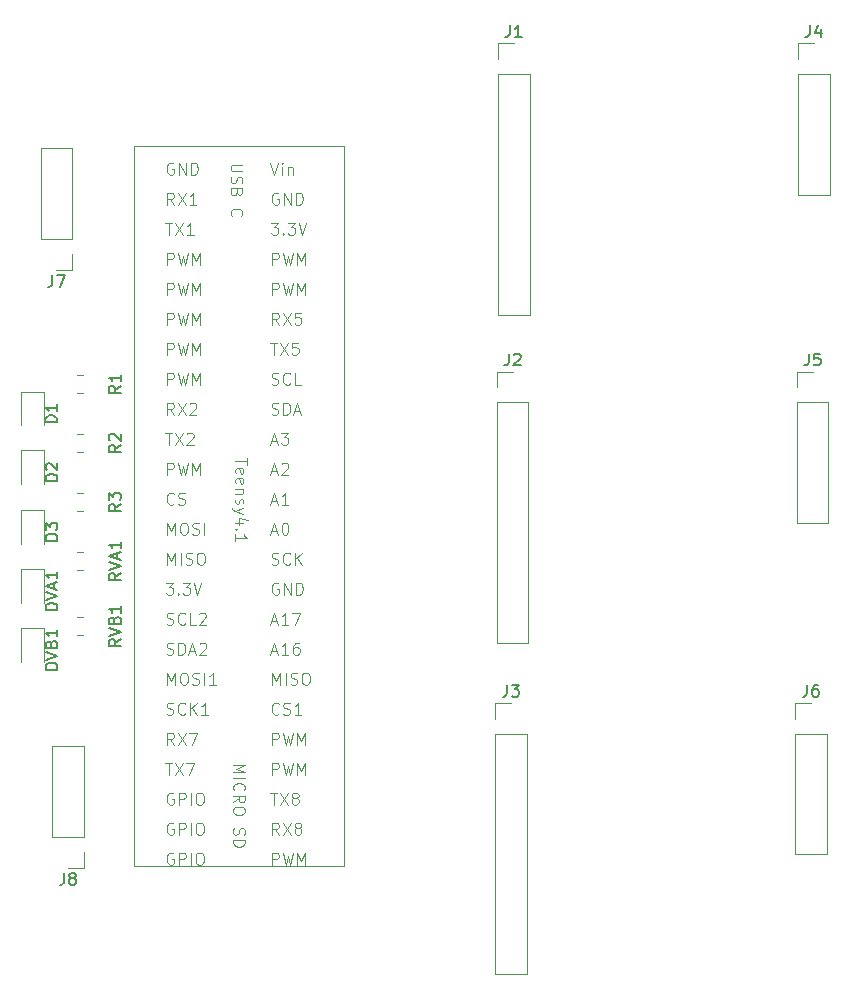
<source format=gbr>
%TF.GenerationSoftware,KiCad,Pcbnew,7.0.7*%
%TF.CreationDate,2024-06-05T22:00:53-04:00*%
%TF.ProjectId,Ground Receiver v2,47726f75-6e64-4205-9265-636569766572,rev?*%
%TF.SameCoordinates,Original*%
%TF.FileFunction,Legend,Top*%
%TF.FilePolarity,Positive*%
%FSLAX46Y46*%
G04 Gerber Fmt 4.6, Leading zero omitted, Abs format (unit mm)*
G04 Created by KiCad (PCBNEW 7.0.7) date 2024-06-05 22:00:53*
%MOMM*%
%LPD*%
G01*
G04 APERTURE LIST*
%ADD10C,0.150000*%
%ADD11C,0.100000*%
%ADD12C,0.120000*%
G04 APERTURE END LIST*
D10*
X122954819Y-101666666D02*
X122478628Y-101999999D01*
X122954819Y-102238094D02*
X121954819Y-102238094D01*
X121954819Y-102238094D02*
X121954819Y-101857142D01*
X121954819Y-101857142D02*
X122002438Y-101761904D01*
X122002438Y-101761904D02*
X122050057Y-101714285D01*
X122050057Y-101714285D02*
X122145295Y-101666666D01*
X122145295Y-101666666D02*
X122288152Y-101666666D01*
X122288152Y-101666666D02*
X122383390Y-101714285D01*
X122383390Y-101714285D02*
X122431009Y-101761904D01*
X122431009Y-101761904D02*
X122478628Y-101857142D01*
X122478628Y-101857142D02*
X122478628Y-102238094D01*
X121954819Y-101333332D02*
X121954819Y-100714285D01*
X121954819Y-100714285D02*
X122335771Y-101047618D01*
X122335771Y-101047618D02*
X122335771Y-100904761D01*
X122335771Y-100904761D02*
X122383390Y-100809523D01*
X122383390Y-100809523D02*
X122431009Y-100761904D01*
X122431009Y-100761904D02*
X122526247Y-100714285D01*
X122526247Y-100714285D02*
X122764342Y-100714285D01*
X122764342Y-100714285D02*
X122859580Y-100761904D01*
X122859580Y-100761904D02*
X122907200Y-100809523D01*
X122907200Y-100809523D02*
X122954819Y-100904761D01*
X122954819Y-100904761D02*
X122954819Y-101190475D01*
X122954819Y-101190475D02*
X122907200Y-101285713D01*
X122907200Y-101285713D02*
X122859580Y-101333332D01*
X118166666Y-132904819D02*
X118166666Y-133619104D01*
X118166666Y-133619104D02*
X118119047Y-133761961D01*
X118119047Y-133761961D02*
X118023809Y-133857200D01*
X118023809Y-133857200D02*
X117880952Y-133904819D01*
X117880952Y-133904819D02*
X117785714Y-133904819D01*
X118785714Y-133333390D02*
X118690476Y-133285771D01*
X118690476Y-133285771D02*
X118642857Y-133238152D01*
X118642857Y-133238152D02*
X118595238Y-133142914D01*
X118595238Y-133142914D02*
X118595238Y-133095295D01*
X118595238Y-133095295D02*
X118642857Y-133000057D01*
X118642857Y-133000057D02*
X118690476Y-132952438D01*
X118690476Y-132952438D02*
X118785714Y-132904819D01*
X118785714Y-132904819D02*
X118976190Y-132904819D01*
X118976190Y-132904819D02*
X119071428Y-132952438D01*
X119071428Y-132952438D02*
X119119047Y-133000057D01*
X119119047Y-133000057D02*
X119166666Y-133095295D01*
X119166666Y-133095295D02*
X119166666Y-133142914D01*
X119166666Y-133142914D02*
X119119047Y-133238152D01*
X119119047Y-133238152D02*
X119071428Y-133285771D01*
X119071428Y-133285771D02*
X118976190Y-133333390D01*
X118976190Y-133333390D02*
X118785714Y-133333390D01*
X118785714Y-133333390D02*
X118690476Y-133381009D01*
X118690476Y-133381009D02*
X118642857Y-133428628D01*
X118642857Y-133428628D02*
X118595238Y-133523866D01*
X118595238Y-133523866D02*
X118595238Y-133714342D01*
X118595238Y-133714342D02*
X118642857Y-133809580D01*
X118642857Y-133809580D02*
X118690476Y-133857200D01*
X118690476Y-133857200D02*
X118785714Y-133904819D01*
X118785714Y-133904819D02*
X118976190Y-133904819D01*
X118976190Y-133904819D02*
X119071428Y-133857200D01*
X119071428Y-133857200D02*
X119119047Y-133809580D01*
X119119047Y-133809580D02*
X119166666Y-133714342D01*
X119166666Y-133714342D02*
X119166666Y-133523866D01*
X119166666Y-133523866D02*
X119119047Y-133428628D01*
X119119047Y-133428628D02*
X119071428Y-133381009D01*
X119071428Y-133381009D02*
X118976190Y-133333390D01*
X117166666Y-82284819D02*
X117166666Y-82999104D01*
X117166666Y-82999104D02*
X117119047Y-83141961D01*
X117119047Y-83141961D02*
X117023809Y-83237200D01*
X117023809Y-83237200D02*
X116880952Y-83284819D01*
X116880952Y-83284819D02*
X116785714Y-83284819D01*
X117547619Y-82284819D02*
X118214285Y-82284819D01*
X118214285Y-82284819D02*
X117785714Y-83284819D01*
D11*
X133677580Y-97763571D02*
X133677580Y-98334999D01*
X132677580Y-98049285D02*
X133677580Y-98049285D01*
X132725200Y-99049285D02*
X132677580Y-98954047D01*
X132677580Y-98954047D02*
X132677580Y-98763571D01*
X132677580Y-98763571D02*
X132725200Y-98668333D01*
X132725200Y-98668333D02*
X132820438Y-98620714D01*
X132820438Y-98620714D02*
X133201390Y-98620714D01*
X133201390Y-98620714D02*
X133296628Y-98668333D01*
X133296628Y-98668333D02*
X133344247Y-98763571D01*
X133344247Y-98763571D02*
X133344247Y-98954047D01*
X133344247Y-98954047D02*
X133296628Y-99049285D01*
X133296628Y-99049285D02*
X133201390Y-99096904D01*
X133201390Y-99096904D02*
X133106152Y-99096904D01*
X133106152Y-99096904D02*
X133010914Y-98620714D01*
X132725200Y-99906428D02*
X132677580Y-99811190D01*
X132677580Y-99811190D02*
X132677580Y-99620714D01*
X132677580Y-99620714D02*
X132725200Y-99525476D01*
X132725200Y-99525476D02*
X132820438Y-99477857D01*
X132820438Y-99477857D02*
X133201390Y-99477857D01*
X133201390Y-99477857D02*
X133296628Y-99525476D01*
X133296628Y-99525476D02*
X133344247Y-99620714D01*
X133344247Y-99620714D02*
X133344247Y-99811190D01*
X133344247Y-99811190D02*
X133296628Y-99906428D01*
X133296628Y-99906428D02*
X133201390Y-99954047D01*
X133201390Y-99954047D02*
X133106152Y-99954047D01*
X133106152Y-99954047D02*
X133010914Y-99477857D01*
X133344247Y-100382619D02*
X132677580Y-100382619D01*
X133249009Y-100382619D02*
X133296628Y-100430238D01*
X133296628Y-100430238D02*
X133344247Y-100525476D01*
X133344247Y-100525476D02*
X133344247Y-100668333D01*
X133344247Y-100668333D02*
X133296628Y-100763571D01*
X133296628Y-100763571D02*
X133201390Y-100811190D01*
X133201390Y-100811190D02*
X132677580Y-100811190D01*
X132725200Y-101239762D02*
X132677580Y-101335000D01*
X132677580Y-101335000D02*
X132677580Y-101525476D01*
X132677580Y-101525476D02*
X132725200Y-101620714D01*
X132725200Y-101620714D02*
X132820438Y-101668333D01*
X132820438Y-101668333D02*
X132868057Y-101668333D01*
X132868057Y-101668333D02*
X132963295Y-101620714D01*
X132963295Y-101620714D02*
X133010914Y-101525476D01*
X133010914Y-101525476D02*
X133010914Y-101382619D01*
X133010914Y-101382619D02*
X133058533Y-101287381D01*
X133058533Y-101287381D02*
X133153771Y-101239762D01*
X133153771Y-101239762D02*
X133201390Y-101239762D01*
X133201390Y-101239762D02*
X133296628Y-101287381D01*
X133296628Y-101287381D02*
X133344247Y-101382619D01*
X133344247Y-101382619D02*
X133344247Y-101525476D01*
X133344247Y-101525476D02*
X133296628Y-101620714D01*
X133344247Y-102001667D02*
X132677580Y-102239762D01*
X133344247Y-102477857D02*
X132677580Y-102239762D01*
X132677580Y-102239762D02*
X132439485Y-102144524D01*
X132439485Y-102144524D02*
X132391866Y-102096905D01*
X132391866Y-102096905D02*
X132344247Y-102001667D01*
X133344247Y-103287381D02*
X132677580Y-103287381D01*
X133725200Y-103049286D02*
X133010914Y-102811191D01*
X133010914Y-102811191D02*
X133010914Y-103430238D01*
X132772819Y-103811191D02*
X132725200Y-103858810D01*
X132725200Y-103858810D02*
X132677580Y-103811191D01*
X132677580Y-103811191D02*
X132725200Y-103763572D01*
X132725200Y-103763572D02*
X132772819Y-103811191D01*
X132772819Y-103811191D02*
X132677580Y-103811191D01*
X132677580Y-104811190D02*
X132677580Y-104239762D01*
X132677580Y-104525476D02*
X133677580Y-104525476D01*
X133677580Y-104525476D02*
X133534723Y-104430238D01*
X133534723Y-104430238D02*
X133439485Y-104335000D01*
X133439485Y-104335000D02*
X133391866Y-104239762D01*
X136302693Y-108375038D02*
X136207455Y-108327419D01*
X136207455Y-108327419D02*
X136064598Y-108327419D01*
X136064598Y-108327419D02*
X135921741Y-108375038D01*
X135921741Y-108375038D02*
X135826503Y-108470276D01*
X135826503Y-108470276D02*
X135778884Y-108565514D01*
X135778884Y-108565514D02*
X135731265Y-108755990D01*
X135731265Y-108755990D02*
X135731265Y-108898847D01*
X135731265Y-108898847D02*
X135778884Y-109089323D01*
X135778884Y-109089323D02*
X135826503Y-109184561D01*
X135826503Y-109184561D02*
X135921741Y-109279800D01*
X135921741Y-109279800D02*
X136064598Y-109327419D01*
X136064598Y-109327419D02*
X136159836Y-109327419D01*
X136159836Y-109327419D02*
X136302693Y-109279800D01*
X136302693Y-109279800D02*
X136350312Y-109232180D01*
X136350312Y-109232180D02*
X136350312Y-108898847D01*
X136350312Y-108898847D02*
X136159836Y-108898847D01*
X136778884Y-109327419D02*
X136778884Y-108327419D01*
X136778884Y-108327419D02*
X137350312Y-109327419D01*
X137350312Y-109327419D02*
X137350312Y-108327419D01*
X137826503Y-109327419D02*
X137826503Y-108327419D01*
X137826503Y-108327419D02*
X138064598Y-108327419D01*
X138064598Y-108327419D02*
X138207455Y-108375038D01*
X138207455Y-108375038D02*
X138302693Y-108470276D01*
X138302693Y-108470276D02*
X138350312Y-108565514D01*
X138350312Y-108565514D02*
X138397931Y-108755990D01*
X138397931Y-108755990D02*
X138397931Y-108898847D01*
X138397931Y-108898847D02*
X138350312Y-109089323D01*
X138350312Y-109089323D02*
X138302693Y-109184561D01*
X138302693Y-109184561D02*
X138207455Y-109279800D01*
X138207455Y-109279800D02*
X138064598Y-109327419D01*
X138064598Y-109327419D02*
X137826503Y-109327419D01*
X135778884Y-122027419D02*
X135778884Y-121027419D01*
X135778884Y-121027419D02*
X136159836Y-121027419D01*
X136159836Y-121027419D02*
X136255074Y-121075038D01*
X136255074Y-121075038D02*
X136302693Y-121122657D01*
X136302693Y-121122657D02*
X136350312Y-121217895D01*
X136350312Y-121217895D02*
X136350312Y-121360752D01*
X136350312Y-121360752D02*
X136302693Y-121455990D01*
X136302693Y-121455990D02*
X136255074Y-121503609D01*
X136255074Y-121503609D02*
X136159836Y-121551228D01*
X136159836Y-121551228D02*
X135778884Y-121551228D01*
X136683646Y-121027419D02*
X136921741Y-122027419D01*
X136921741Y-122027419D02*
X137112217Y-121313133D01*
X137112217Y-121313133D02*
X137302693Y-122027419D01*
X137302693Y-122027419D02*
X137540789Y-121027419D01*
X137921741Y-122027419D02*
X137921741Y-121027419D01*
X137921741Y-121027419D02*
X138255074Y-121741704D01*
X138255074Y-121741704D02*
X138588407Y-121027419D01*
X138588407Y-121027419D02*
X138588407Y-122027419D01*
X126888884Y-83927419D02*
X126888884Y-82927419D01*
X126888884Y-82927419D02*
X127269836Y-82927419D01*
X127269836Y-82927419D02*
X127365074Y-82975038D01*
X127365074Y-82975038D02*
X127412693Y-83022657D01*
X127412693Y-83022657D02*
X127460312Y-83117895D01*
X127460312Y-83117895D02*
X127460312Y-83260752D01*
X127460312Y-83260752D02*
X127412693Y-83355990D01*
X127412693Y-83355990D02*
X127365074Y-83403609D01*
X127365074Y-83403609D02*
X127269836Y-83451228D01*
X127269836Y-83451228D02*
X126888884Y-83451228D01*
X127793646Y-82927419D02*
X128031741Y-83927419D01*
X128031741Y-83927419D02*
X128222217Y-83213133D01*
X128222217Y-83213133D02*
X128412693Y-83927419D01*
X128412693Y-83927419D02*
X128650789Y-82927419D01*
X129031741Y-83927419D02*
X129031741Y-82927419D01*
X129031741Y-82927419D02*
X129365074Y-83641704D01*
X129365074Y-83641704D02*
X129698407Y-82927419D01*
X129698407Y-82927419D02*
X129698407Y-83927419D01*
X135683646Y-77847419D02*
X136302693Y-77847419D01*
X136302693Y-77847419D02*
X135969360Y-78228371D01*
X135969360Y-78228371D02*
X136112217Y-78228371D01*
X136112217Y-78228371D02*
X136207455Y-78275990D01*
X136207455Y-78275990D02*
X136255074Y-78323609D01*
X136255074Y-78323609D02*
X136302693Y-78418847D01*
X136302693Y-78418847D02*
X136302693Y-78656942D01*
X136302693Y-78656942D02*
X136255074Y-78752180D01*
X136255074Y-78752180D02*
X136207455Y-78799800D01*
X136207455Y-78799800D02*
X136112217Y-78847419D01*
X136112217Y-78847419D02*
X135826503Y-78847419D01*
X135826503Y-78847419D02*
X135731265Y-78799800D01*
X135731265Y-78799800D02*
X135683646Y-78752180D01*
X136731265Y-78752180D02*
X136778884Y-78799800D01*
X136778884Y-78799800D02*
X136731265Y-78847419D01*
X136731265Y-78847419D02*
X136683646Y-78799800D01*
X136683646Y-78799800D02*
X136731265Y-78752180D01*
X136731265Y-78752180D02*
X136731265Y-78847419D01*
X137112217Y-77847419D02*
X137731264Y-77847419D01*
X137731264Y-77847419D02*
X137397931Y-78228371D01*
X137397931Y-78228371D02*
X137540788Y-78228371D01*
X137540788Y-78228371D02*
X137636026Y-78275990D01*
X137636026Y-78275990D02*
X137683645Y-78323609D01*
X137683645Y-78323609D02*
X137731264Y-78418847D01*
X137731264Y-78418847D02*
X137731264Y-78656942D01*
X137731264Y-78656942D02*
X137683645Y-78752180D01*
X137683645Y-78752180D02*
X137636026Y-78799800D01*
X137636026Y-78799800D02*
X137540788Y-78847419D01*
X137540788Y-78847419D02*
X137255074Y-78847419D01*
X137255074Y-78847419D02*
X137159836Y-78799800D01*
X137159836Y-78799800D02*
X137112217Y-78752180D01*
X138016979Y-77847419D02*
X138350312Y-78847419D01*
X138350312Y-78847419D02*
X138683645Y-77847419D01*
X127412693Y-126155038D02*
X127317455Y-126107419D01*
X127317455Y-126107419D02*
X127174598Y-126107419D01*
X127174598Y-126107419D02*
X127031741Y-126155038D01*
X127031741Y-126155038D02*
X126936503Y-126250276D01*
X126936503Y-126250276D02*
X126888884Y-126345514D01*
X126888884Y-126345514D02*
X126841265Y-126535990D01*
X126841265Y-126535990D02*
X126841265Y-126678847D01*
X126841265Y-126678847D02*
X126888884Y-126869323D01*
X126888884Y-126869323D02*
X126936503Y-126964561D01*
X126936503Y-126964561D02*
X127031741Y-127059800D01*
X127031741Y-127059800D02*
X127174598Y-127107419D01*
X127174598Y-127107419D02*
X127269836Y-127107419D01*
X127269836Y-127107419D02*
X127412693Y-127059800D01*
X127412693Y-127059800D02*
X127460312Y-127012180D01*
X127460312Y-127012180D02*
X127460312Y-126678847D01*
X127460312Y-126678847D02*
X127269836Y-126678847D01*
X127888884Y-127107419D02*
X127888884Y-126107419D01*
X127888884Y-126107419D02*
X128269836Y-126107419D01*
X128269836Y-126107419D02*
X128365074Y-126155038D01*
X128365074Y-126155038D02*
X128412693Y-126202657D01*
X128412693Y-126202657D02*
X128460312Y-126297895D01*
X128460312Y-126297895D02*
X128460312Y-126440752D01*
X128460312Y-126440752D02*
X128412693Y-126535990D01*
X128412693Y-126535990D02*
X128365074Y-126583609D01*
X128365074Y-126583609D02*
X128269836Y-126631228D01*
X128269836Y-126631228D02*
X127888884Y-126631228D01*
X128888884Y-127107419D02*
X128888884Y-126107419D01*
X129555550Y-126107419D02*
X129746026Y-126107419D01*
X129746026Y-126107419D02*
X129841264Y-126155038D01*
X129841264Y-126155038D02*
X129936502Y-126250276D01*
X129936502Y-126250276D02*
X129984121Y-126440752D01*
X129984121Y-126440752D02*
X129984121Y-126774085D01*
X129984121Y-126774085D02*
X129936502Y-126964561D01*
X129936502Y-126964561D02*
X129841264Y-127059800D01*
X129841264Y-127059800D02*
X129746026Y-127107419D01*
X129746026Y-127107419D02*
X129555550Y-127107419D01*
X129555550Y-127107419D02*
X129460312Y-127059800D01*
X129460312Y-127059800D02*
X129365074Y-126964561D01*
X129365074Y-126964561D02*
X129317455Y-126774085D01*
X129317455Y-126774085D02*
X129317455Y-126440752D01*
X129317455Y-126440752D02*
X129365074Y-126250276D01*
X129365074Y-126250276D02*
X129460312Y-126155038D01*
X129460312Y-126155038D02*
X129555550Y-126107419D01*
X127460312Y-122027419D02*
X127126979Y-121551228D01*
X126888884Y-122027419D02*
X126888884Y-121027419D01*
X126888884Y-121027419D02*
X127269836Y-121027419D01*
X127269836Y-121027419D02*
X127365074Y-121075038D01*
X127365074Y-121075038D02*
X127412693Y-121122657D01*
X127412693Y-121122657D02*
X127460312Y-121217895D01*
X127460312Y-121217895D02*
X127460312Y-121360752D01*
X127460312Y-121360752D02*
X127412693Y-121455990D01*
X127412693Y-121455990D02*
X127365074Y-121503609D01*
X127365074Y-121503609D02*
X127269836Y-121551228D01*
X127269836Y-121551228D02*
X126888884Y-121551228D01*
X127793646Y-121027419D02*
X128460312Y-122027419D01*
X128460312Y-121027419D02*
X127793646Y-122027419D01*
X128746027Y-121027419D02*
X129412693Y-121027419D01*
X129412693Y-121027419D02*
X128984122Y-122027419D01*
X126841265Y-114359800D02*
X126984122Y-114407419D01*
X126984122Y-114407419D02*
X127222217Y-114407419D01*
X127222217Y-114407419D02*
X127317455Y-114359800D01*
X127317455Y-114359800D02*
X127365074Y-114312180D01*
X127365074Y-114312180D02*
X127412693Y-114216942D01*
X127412693Y-114216942D02*
X127412693Y-114121704D01*
X127412693Y-114121704D02*
X127365074Y-114026466D01*
X127365074Y-114026466D02*
X127317455Y-113978847D01*
X127317455Y-113978847D02*
X127222217Y-113931228D01*
X127222217Y-113931228D02*
X127031741Y-113883609D01*
X127031741Y-113883609D02*
X126936503Y-113835990D01*
X126936503Y-113835990D02*
X126888884Y-113788371D01*
X126888884Y-113788371D02*
X126841265Y-113693133D01*
X126841265Y-113693133D02*
X126841265Y-113597895D01*
X126841265Y-113597895D02*
X126888884Y-113502657D01*
X126888884Y-113502657D02*
X126936503Y-113455038D01*
X126936503Y-113455038D02*
X127031741Y-113407419D01*
X127031741Y-113407419D02*
X127269836Y-113407419D01*
X127269836Y-113407419D02*
X127412693Y-113455038D01*
X127841265Y-114407419D02*
X127841265Y-113407419D01*
X127841265Y-113407419D02*
X128079360Y-113407419D01*
X128079360Y-113407419D02*
X128222217Y-113455038D01*
X128222217Y-113455038D02*
X128317455Y-113550276D01*
X128317455Y-113550276D02*
X128365074Y-113645514D01*
X128365074Y-113645514D02*
X128412693Y-113835990D01*
X128412693Y-113835990D02*
X128412693Y-113978847D01*
X128412693Y-113978847D02*
X128365074Y-114169323D01*
X128365074Y-114169323D02*
X128317455Y-114264561D01*
X128317455Y-114264561D02*
X128222217Y-114359800D01*
X128222217Y-114359800D02*
X128079360Y-114407419D01*
X128079360Y-114407419D02*
X127841265Y-114407419D01*
X128793646Y-114121704D02*
X129269836Y-114121704D01*
X128698408Y-114407419D02*
X129031741Y-113407419D01*
X129031741Y-113407419D02*
X129365074Y-114407419D01*
X129650789Y-113502657D02*
X129698408Y-113455038D01*
X129698408Y-113455038D02*
X129793646Y-113407419D01*
X129793646Y-113407419D02*
X130031741Y-113407419D01*
X130031741Y-113407419D02*
X130126979Y-113455038D01*
X130126979Y-113455038D02*
X130174598Y-113502657D01*
X130174598Y-113502657D02*
X130222217Y-113597895D01*
X130222217Y-113597895D02*
X130222217Y-113693133D01*
X130222217Y-113693133D02*
X130174598Y-113835990D01*
X130174598Y-113835990D02*
X129603170Y-114407419D01*
X129603170Y-114407419D02*
X130222217Y-114407419D01*
X126888884Y-89007419D02*
X126888884Y-88007419D01*
X126888884Y-88007419D02*
X127269836Y-88007419D01*
X127269836Y-88007419D02*
X127365074Y-88055038D01*
X127365074Y-88055038D02*
X127412693Y-88102657D01*
X127412693Y-88102657D02*
X127460312Y-88197895D01*
X127460312Y-88197895D02*
X127460312Y-88340752D01*
X127460312Y-88340752D02*
X127412693Y-88435990D01*
X127412693Y-88435990D02*
X127365074Y-88483609D01*
X127365074Y-88483609D02*
X127269836Y-88531228D01*
X127269836Y-88531228D02*
X126888884Y-88531228D01*
X127793646Y-88007419D02*
X128031741Y-89007419D01*
X128031741Y-89007419D02*
X128222217Y-88293133D01*
X128222217Y-88293133D02*
X128412693Y-89007419D01*
X128412693Y-89007419D02*
X128650789Y-88007419D01*
X129031741Y-89007419D02*
X129031741Y-88007419D01*
X129031741Y-88007419D02*
X129365074Y-88721704D01*
X129365074Y-88721704D02*
X129698407Y-88007419D01*
X129698407Y-88007419D02*
X129698407Y-89007419D01*
X135778884Y-81387419D02*
X135778884Y-80387419D01*
X135778884Y-80387419D02*
X136159836Y-80387419D01*
X136159836Y-80387419D02*
X136255074Y-80435038D01*
X136255074Y-80435038D02*
X136302693Y-80482657D01*
X136302693Y-80482657D02*
X136350312Y-80577895D01*
X136350312Y-80577895D02*
X136350312Y-80720752D01*
X136350312Y-80720752D02*
X136302693Y-80815990D01*
X136302693Y-80815990D02*
X136255074Y-80863609D01*
X136255074Y-80863609D02*
X136159836Y-80911228D01*
X136159836Y-80911228D02*
X135778884Y-80911228D01*
X136683646Y-80387419D02*
X136921741Y-81387419D01*
X136921741Y-81387419D02*
X137112217Y-80673133D01*
X137112217Y-80673133D02*
X137302693Y-81387419D01*
X137302693Y-81387419D02*
X137540789Y-80387419D01*
X137921741Y-81387419D02*
X137921741Y-80387419D01*
X137921741Y-80387419D02*
X138255074Y-81101704D01*
X138255074Y-81101704D02*
X138588407Y-80387419D01*
X138588407Y-80387419D02*
X138588407Y-81387419D01*
X127412693Y-72815038D02*
X127317455Y-72767419D01*
X127317455Y-72767419D02*
X127174598Y-72767419D01*
X127174598Y-72767419D02*
X127031741Y-72815038D01*
X127031741Y-72815038D02*
X126936503Y-72910276D01*
X126936503Y-72910276D02*
X126888884Y-73005514D01*
X126888884Y-73005514D02*
X126841265Y-73195990D01*
X126841265Y-73195990D02*
X126841265Y-73338847D01*
X126841265Y-73338847D02*
X126888884Y-73529323D01*
X126888884Y-73529323D02*
X126936503Y-73624561D01*
X126936503Y-73624561D02*
X127031741Y-73719800D01*
X127031741Y-73719800D02*
X127174598Y-73767419D01*
X127174598Y-73767419D02*
X127269836Y-73767419D01*
X127269836Y-73767419D02*
X127412693Y-73719800D01*
X127412693Y-73719800D02*
X127460312Y-73672180D01*
X127460312Y-73672180D02*
X127460312Y-73338847D01*
X127460312Y-73338847D02*
X127269836Y-73338847D01*
X127888884Y-73767419D02*
X127888884Y-72767419D01*
X127888884Y-72767419D02*
X128460312Y-73767419D01*
X128460312Y-73767419D02*
X128460312Y-72767419D01*
X128936503Y-73767419D02*
X128936503Y-72767419D01*
X128936503Y-72767419D02*
X129174598Y-72767419D01*
X129174598Y-72767419D02*
X129317455Y-72815038D01*
X129317455Y-72815038D02*
X129412693Y-72910276D01*
X129412693Y-72910276D02*
X129460312Y-73005514D01*
X129460312Y-73005514D02*
X129507931Y-73195990D01*
X129507931Y-73195990D02*
X129507931Y-73338847D01*
X129507931Y-73338847D02*
X129460312Y-73529323D01*
X129460312Y-73529323D02*
X129412693Y-73624561D01*
X129412693Y-73624561D02*
X129317455Y-73719800D01*
X129317455Y-73719800D02*
X129174598Y-73767419D01*
X129174598Y-73767419D02*
X128936503Y-73767419D01*
X135731265Y-98881704D02*
X136207455Y-98881704D01*
X135636027Y-99167419D02*
X135969360Y-98167419D01*
X135969360Y-98167419D02*
X136302693Y-99167419D01*
X136588408Y-98262657D02*
X136636027Y-98215038D01*
X136636027Y-98215038D02*
X136731265Y-98167419D01*
X136731265Y-98167419D02*
X136969360Y-98167419D01*
X136969360Y-98167419D02*
X137064598Y-98215038D01*
X137064598Y-98215038D02*
X137112217Y-98262657D01*
X137112217Y-98262657D02*
X137159836Y-98357895D01*
X137159836Y-98357895D02*
X137159836Y-98453133D01*
X137159836Y-98453133D02*
X137112217Y-98595990D01*
X137112217Y-98595990D02*
X136540789Y-99167419D01*
X136540789Y-99167419D02*
X137159836Y-99167419D01*
X127412693Y-131235038D02*
X127317455Y-131187419D01*
X127317455Y-131187419D02*
X127174598Y-131187419D01*
X127174598Y-131187419D02*
X127031741Y-131235038D01*
X127031741Y-131235038D02*
X126936503Y-131330276D01*
X126936503Y-131330276D02*
X126888884Y-131425514D01*
X126888884Y-131425514D02*
X126841265Y-131615990D01*
X126841265Y-131615990D02*
X126841265Y-131758847D01*
X126841265Y-131758847D02*
X126888884Y-131949323D01*
X126888884Y-131949323D02*
X126936503Y-132044561D01*
X126936503Y-132044561D02*
X127031741Y-132139800D01*
X127031741Y-132139800D02*
X127174598Y-132187419D01*
X127174598Y-132187419D02*
X127269836Y-132187419D01*
X127269836Y-132187419D02*
X127412693Y-132139800D01*
X127412693Y-132139800D02*
X127460312Y-132092180D01*
X127460312Y-132092180D02*
X127460312Y-131758847D01*
X127460312Y-131758847D02*
X127269836Y-131758847D01*
X127888884Y-132187419D02*
X127888884Y-131187419D01*
X127888884Y-131187419D02*
X128269836Y-131187419D01*
X128269836Y-131187419D02*
X128365074Y-131235038D01*
X128365074Y-131235038D02*
X128412693Y-131282657D01*
X128412693Y-131282657D02*
X128460312Y-131377895D01*
X128460312Y-131377895D02*
X128460312Y-131520752D01*
X128460312Y-131520752D02*
X128412693Y-131615990D01*
X128412693Y-131615990D02*
X128365074Y-131663609D01*
X128365074Y-131663609D02*
X128269836Y-131711228D01*
X128269836Y-131711228D02*
X127888884Y-131711228D01*
X128888884Y-132187419D02*
X128888884Y-131187419D01*
X129555550Y-131187419D02*
X129746026Y-131187419D01*
X129746026Y-131187419D02*
X129841264Y-131235038D01*
X129841264Y-131235038D02*
X129936502Y-131330276D01*
X129936502Y-131330276D02*
X129984121Y-131520752D01*
X129984121Y-131520752D02*
X129984121Y-131854085D01*
X129984121Y-131854085D02*
X129936502Y-132044561D01*
X129936502Y-132044561D02*
X129841264Y-132139800D01*
X129841264Y-132139800D02*
X129746026Y-132187419D01*
X129746026Y-132187419D02*
X129555550Y-132187419D01*
X129555550Y-132187419D02*
X129460312Y-132139800D01*
X129460312Y-132139800D02*
X129365074Y-132044561D01*
X129365074Y-132044561D02*
X129317455Y-131854085D01*
X129317455Y-131854085D02*
X129317455Y-131520752D01*
X129317455Y-131520752D02*
X129365074Y-131330276D01*
X129365074Y-131330276D02*
X129460312Y-131235038D01*
X129460312Y-131235038D02*
X129555550Y-131187419D01*
X136350312Y-86467419D02*
X136016979Y-85991228D01*
X135778884Y-86467419D02*
X135778884Y-85467419D01*
X135778884Y-85467419D02*
X136159836Y-85467419D01*
X136159836Y-85467419D02*
X136255074Y-85515038D01*
X136255074Y-85515038D02*
X136302693Y-85562657D01*
X136302693Y-85562657D02*
X136350312Y-85657895D01*
X136350312Y-85657895D02*
X136350312Y-85800752D01*
X136350312Y-85800752D02*
X136302693Y-85895990D01*
X136302693Y-85895990D02*
X136255074Y-85943609D01*
X136255074Y-85943609D02*
X136159836Y-85991228D01*
X136159836Y-85991228D02*
X135778884Y-85991228D01*
X136683646Y-85467419D02*
X137350312Y-86467419D01*
X137350312Y-85467419D02*
X136683646Y-86467419D01*
X138207455Y-85467419D02*
X137731265Y-85467419D01*
X137731265Y-85467419D02*
X137683646Y-85943609D01*
X137683646Y-85943609D02*
X137731265Y-85895990D01*
X137731265Y-85895990D02*
X137826503Y-85848371D01*
X137826503Y-85848371D02*
X138064598Y-85848371D01*
X138064598Y-85848371D02*
X138159836Y-85895990D01*
X138159836Y-85895990D02*
X138207455Y-85943609D01*
X138207455Y-85943609D02*
X138255074Y-86038847D01*
X138255074Y-86038847D02*
X138255074Y-86276942D01*
X138255074Y-86276942D02*
X138207455Y-86372180D01*
X138207455Y-86372180D02*
X138159836Y-86419800D01*
X138159836Y-86419800D02*
X138064598Y-86467419D01*
X138064598Y-86467419D02*
X137826503Y-86467419D01*
X137826503Y-86467419D02*
X137731265Y-86419800D01*
X137731265Y-86419800D02*
X137683646Y-86372180D01*
X126888884Y-91547419D02*
X126888884Y-90547419D01*
X126888884Y-90547419D02*
X127269836Y-90547419D01*
X127269836Y-90547419D02*
X127365074Y-90595038D01*
X127365074Y-90595038D02*
X127412693Y-90642657D01*
X127412693Y-90642657D02*
X127460312Y-90737895D01*
X127460312Y-90737895D02*
X127460312Y-90880752D01*
X127460312Y-90880752D02*
X127412693Y-90975990D01*
X127412693Y-90975990D02*
X127365074Y-91023609D01*
X127365074Y-91023609D02*
X127269836Y-91071228D01*
X127269836Y-91071228D02*
X126888884Y-91071228D01*
X127793646Y-90547419D02*
X128031741Y-91547419D01*
X128031741Y-91547419D02*
X128222217Y-90833133D01*
X128222217Y-90833133D02*
X128412693Y-91547419D01*
X128412693Y-91547419D02*
X128650789Y-90547419D01*
X129031741Y-91547419D02*
X129031741Y-90547419D01*
X129031741Y-90547419D02*
X129365074Y-91261704D01*
X129365074Y-91261704D02*
X129698407Y-90547419D01*
X129698407Y-90547419D02*
X129698407Y-91547419D01*
X132462580Y-123728884D02*
X133462580Y-123728884D01*
X133462580Y-123728884D02*
X132748295Y-124062217D01*
X132748295Y-124062217D02*
X133462580Y-124395550D01*
X133462580Y-124395550D02*
X132462580Y-124395550D01*
X132462580Y-124871741D02*
X133462580Y-124871741D01*
X132557819Y-125919359D02*
X132510200Y-125871740D01*
X132510200Y-125871740D02*
X132462580Y-125728883D01*
X132462580Y-125728883D02*
X132462580Y-125633645D01*
X132462580Y-125633645D02*
X132510200Y-125490788D01*
X132510200Y-125490788D02*
X132605438Y-125395550D01*
X132605438Y-125395550D02*
X132700676Y-125347931D01*
X132700676Y-125347931D02*
X132891152Y-125300312D01*
X132891152Y-125300312D02*
X133034009Y-125300312D01*
X133034009Y-125300312D02*
X133224485Y-125347931D01*
X133224485Y-125347931D02*
X133319723Y-125395550D01*
X133319723Y-125395550D02*
X133414961Y-125490788D01*
X133414961Y-125490788D02*
X133462580Y-125633645D01*
X133462580Y-125633645D02*
X133462580Y-125728883D01*
X133462580Y-125728883D02*
X133414961Y-125871740D01*
X133414961Y-125871740D02*
X133367342Y-125919359D01*
X132462580Y-126919359D02*
X132938771Y-126586026D01*
X132462580Y-126347931D02*
X133462580Y-126347931D01*
X133462580Y-126347931D02*
X133462580Y-126728883D01*
X133462580Y-126728883D02*
X133414961Y-126824121D01*
X133414961Y-126824121D02*
X133367342Y-126871740D01*
X133367342Y-126871740D02*
X133272104Y-126919359D01*
X133272104Y-126919359D02*
X133129247Y-126919359D01*
X133129247Y-126919359D02*
X133034009Y-126871740D01*
X133034009Y-126871740D02*
X132986390Y-126824121D01*
X132986390Y-126824121D02*
X132938771Y-126728883D01*
X132938771Y-126728883D02*
X132938771Y-126347931D01*
X133462580Y-127538407D02*
X133462580Y-127728883D01*
X133462580Y-127728883D02*
X133414961Y-127824121D01*
X133414961Y-127824121D02*
X133319723Y-127919359D01*
X133319723Y-127919359D02*
X133129247Y-127966978D01*
X133129247Y-127966978D02*
X132795914Y-127966978D01*
X132795914Y-127966978D02*
X132605438Y-127919359D01*
X132605438Y-127919359D02*
X132510200Y-127824121D01*
X132510200Y-127824121D02*
X132462580Y-127728883D01*
X132462580Y-127728883D02*
X132462580Y-127538407D01*
X132462580Y-127538407D02*
X132510200Y-127443169D01*
X132510200Y-127443169D02*
X132605438Y-127347931D01*
X132605438Y-127347931D02*
X132795914Y-127300312D01*
X132795914Y-127300312D02*
X133129247Y-127300312D01*
X133129247Y-127300312D02*
X133319723Y-127347931D01*
X133319723Y-127347931D02*
X133414961Y-127443169D01*
X133414961Y-127443169D02*
X133462580Y-127538407D01*
X132510200Y-129109836D02*
X132462580Y-129252693D01*
X132462580Y-129252693D02*
X132462580Y-129490788D01*
X132462580Y-129490788D02*
X132510200Y-129586026D01*
X132510200Y-129586026D02*
X132557819Y-129633645D01*
X132557819Y-129633645D02*
X132653057Y-129681264D01*
X132653057Y-129681264D02*
X132748295Y-129681264D01*
X132748295Y-129681264D02*
X132843533Y-129633645D01*
X132843533Y-129633645D02*
X132891152Y-129586026D01*
X132891152Y-129586026D02*
X132938771Y-129490788D01*
X132938771Y-129490788D02*
X132986390Y-129300312D01*
X132986390Y-129300312D02*
X133034009Y-129205074D01*
X133034009Y-129205074D02*
X133081628Y-129157455D01*
X133081628Y-129157455D02*
X133176866Y-129109836D01*
X133176866Y-129109836D02*
X133272104Y-129109836D01*
X133272104Y-129109836D02*
X133367342Y-129157455D01*
X133367342Y-129157455D02*
X133414961Y-129205074D01*
X133414961Y-129205074D02*
X133462580Y-129300312D01*
X133462580Y-129300312D02*
X133462580Y-129538407D01*
X133462580Y-129538407D02*
X133414961Y-129681264D01*
X132462580Y-130109836D02*
X133462580Y-130109836D01*
X133462580Y-130109836D02*
X133462580Y-130347931D01*
X133462580Y-130347931D02*
X133414961Y-130490788D01*
X133414961Y-130490788D02*
X133319723Y-130586026D01*
X133319723Y-130586026D02*
X133224485Y-130633645D01*
X133224485Y-130633645D02*
X133034009Y-130681264D01*
X133034009Y-130681264D02*
X132891152Y-130681264D01*
X132891152Y-130681264D02*
X132700676Y-130633645D01*
X132700676Y-130633645D02*
X132605438Y-130586026D01*
X132605438Y-130586026D02*
X132510200Y-130490788D01*
X132510200Y-130490788D02*
X132462580Y-130347931D01*
X132462580Y-130347931D02*
X132462580Y-130109836D01*
X126888884Y-106787419D02*
X126888884Y-105787419D01*
X126888884Y-105787419D02*
X127222217Y-106501704D01*
X127222217Y-106501704D02*
X127555550Y-105787419D01*
X127555550Y-105787419D02*
X127555550Y-106787419D01*
X128031741Y-106787419D02*
X128031741Y-105787419D01*
X128460312Y-106739800D02*
X128603169Y-106787419D01*
X128603169Y-106787419D02*
X128841264Y-106787419D01*
X128841264Y-106787419D02*
X128936502Y-106739800D01*
X128936502Y-106739800D02*
X128984121Y-106692180D01*
X128984121Y-106692180D02*
X129031740Y-106596942D01*
X129031740Y-106596942D02*
X129031740Y-106501704D01*
X129031740Y-106501704D02*
X128984121Y-106406466D01*
X128984121Y-106406466D02*
X128936502Y-106358847D01*
X128936502Y-106358847D02*
X128841264Y-106311228D01*
X128841264Y-106311228D02*
X128650788Y-106263609D01*
X128650788Y-106263609D02*
X128555550Y-106215990D01*
X128555550Y-106215990D02*
X128507931Y-106168371D01*
X128507931Y-106168371D02*
X128460312Y-106073133D01*
X128460312Y-106073133D02*
X128460312Y-105977895D01*
X128460312Y-105977895D02*
X128507931Y-105882657D01*
X128507931Y-105882657D02*
X128555550Y-105835038D01*
X128555550Y-105835038D02*
X128650788Y-105787419D01*
X128650788Y-105787419D02*
X128888883Y-105787419D01*
X128888883Y-105787419D02*
X129031740Y-105835038D01*
X129650788Y-105787419D02*
X129841264Y-105787419D01*
X129841264Y-105787419D02*
X129936502Y-105835038D01*
X129936502Y-105835038D02*
X130031740Y-105930276D01*
X130031740Y-105930276D02*
X130079359Y-106120752D01*
X130079359Y-106120752D02*
X130079359Y-106454085D01*
X130079359Y-106454085D02*
X130031740Y-106644561D01*
X130031740Y-106644561D02*
X129936502Y-106739800D01*
X129936502Y-106739800D02*
X129841264Y-106787419D01*
X129841264Y-106787419D02*
X129650788Y-106787419D01*
X129650788Y-106787419D02*
X129555550Y-106739800D01*
X129555550Y-106739800D02*
X129460312Y-106644561D01*
X129460312Y-106644561D02*
X129412693Y-106454085D01*
X129412693Y-106454085D02*
X129412693Y-106120752D01*
X129412693Y-106120752D02*
X129460312Y-105930276D01*
X129460312Y-105930276D02*
X129555550Y-105835038D01*
X129555550Y-105835038D02*
X129650788Y-105787419D01*
X127460312Y-76307419D02*
X127126979Y-75831228D01*
X126888884Y-76307419D02*
X126888884Y-75307419D01*
X126888884Y-75307419D02*
X127269836Y-75307419D01*
X127269836Y-75307419D02*
X127365074Y-75355038D01*
X127365074Y-75355038D02*
X127412693Y-75402657D01*
X127412693Y-75402657D02*
X127460312Y-75497895D01*
X127460312Y-75497895D02*
X127460312Y-75640752D01*
X127460312Y-75640752D02*
X127412693Y-75735990D01*
X127412693Y-75735990D02*
X127365074Y-75783609D01*
X127365074Y-75783609D02*
X127269836Y-75831228D01*
X127269836Y-75831228D02*
X126888884Y-75831228D01*
X127793646Y-75307419D02*
X128460312Y-76307419D01*
X128460312Y-75307419D02*
X127793646Y-76307419D01*
X129365074Y-76307419D02*
X128793646Y-76307419D01*
X129079360Y-76307419D02*
X129079360Y-75307419D01*
X129079360Y-75307419D02*
X128984122Y-75450276D01*
X128984122Y-75450276D02*
X128888884Y-75545514D01*
X128888884Y-75545514D02*
X128793646Y-75593133D01*
X126746027Y-77847419D02*
X127317455Y-77847419D01*
X127031741Y-78847419D02*
X127031741Y-77847419D01*
X127555551Y-77847419D02*
X128222217Y-78847419D01*
X128222217Y-77847419D02*
X127555551Y-78847419D01*
X129126979Y-78847419D02*
X128555551Y-78847419D01*
X128841265Y-78847419D02*
X128841265Y-77847419D01*
X128841265Y-77847419D02*
X128746027Y-77990276D01*
X128746027Y-77990276D02*
X128650789Y-78085514D01*
X128650789Y-78085514D02*
X128555551Y-78133133D01*
X126841265Y-119439800D02*
X126984122Y-119487419D01*
X126984122Y-119487419D02*
X127222217Y-119487419D01*
X127222217Y-119487419D02*
X127317455Y-119439800D01*
X127317455Y-119439800D02*
X127365074Y-119392180D01*
X127365074Y-119392180D02*
X127412693Y-119296942D01*
X127412693Y-119296942D02*
X127412693Y-119201704D01*
X127412693Y-119201704D02*
X127365074Y-119106466D01*
X127365074Y-119106466D02*
X127317455Y-119058847D01*
X127317455Y-119058847D02*
X127222217Y-119011228D01*
X127222217Y-119011228D02*
X127031741Y-118963609D01*
X127031741Y-118963609D02*
X126936503Y-118915990D01*
X126936503Y-118915990D02*
X126888884Y-118868371D01*
X126888884Y-118868371D02*
X126841265Y-118773133D01*
X126841265Y-118773133D02*
X126841265Y-118677895D01*
X126841265Y-118677895D02*
X126888884Y-118582657D01*
X126888884Y-118582657D02*
X126936503Y-118535038D01*
X126936503Y-118535038D02*
X127031741Y-118487419D01*
X127031741Y-118487419D02*
X127269836Y-118487419D01*
X127269836Y-118487419D02*
X127412693Y-118535038D01*
X128412693Y-119392180D02*
X128365074Y-119439800D01*
X128365074Y-119439800D02*
X128222217Y-119487419D01*
X128222217Y-119487419D02*
X128126979Y-119487419D01*
X128126979Y-119487419D02*
X127984122Y-119439800D01*
X127984122Y-119439800D02*
X127888884Y-119344561D01*
X127888884Y-119344561D02*
X127841265Y-119249323D01*
X127841265Y-119249323D02*
X127793646Y-119058847D01*
X127793646Y-119058847D02*
X127793646Y-118915990D01*
X127793646Y-118915990D02*
X127841265Y-118725514D01*
X127841265Y-118725514D02*
X127888884Y-118630276D01*
X127888884Y-118630276D02*
X127984122Y-118535038D01*
X127984122Y-118535038D02*
X128126979Y-118487419D01*
X128126979Y-118487419D02*
X128222217Y-118487419D01*
X128222217Y-118487419D02*
X128365074Y-118535038D01*
X128365074Y-118535038D02*
X128412693Y-118582657D01*
X128841265Y-119487419D02*
X128841265Y-118487419D01*
X129412693Y-119487419D02*
X128984122Y-118915990D01*
X129412693Y-118487419D02*
X128841265Y-119058847D01*
X130365074Y-119487419D02*
X129793646Y-119487419D01*
X130079360Y-119487419D02*
X130079360Y-118487419D01*
X130079360Y-118487419D02*
X129984122Y-118630276D01*
X129984122Y-118630276D02*
X129888884Y-118725514D01*
X129888884Y-118725514D02*
X129793646Y-118773133D01*
X126888884Y-81387419D02*
X126888884Y-80387419D01*
X126888884Y-80387419D02*
X127269836Y-80387419D01*
X127269836Y-80387419D02*
X127365074Y-80435038D01*
X127365074Y-80435038D02*
X127412693Y-80482657D01*
X127412693Y-80482657D02*
X127460312Y-80577895D01*
X127460312Y-80577895D02*
X127460312Y-80720752D01*
X127460312Y-80720752D02*
X127412693Y-80815990D01*
X127412693Y-80815990D02*
X127365074Y-80863609D01*
X127365074Y-80863609D02*
X127269836Y-80911228D01*
X127269836Y-80911228D02*
X126888884Y-80911228D01*
X127793646Y-80387419D02*
X128031741Y-81387419D01*
X128031741Y-81387419D02*
X128222217Y-80673133D01*
X128222217Y-80673133D02*
X128412693Y-81387419D01*
X128412693Y-81387419D02*
X128650789Y-80387419D01*
X129031741Y-81387419D02*
X129031741Y-80387419D01*
X129031741Y-80387419D02*
X129365074Y-81101704D01*
X129365074Y-81101704D02*
X129698407Y-80387419D01*
X129698407Y-80387419D02*
X129698407Y-81387419D01*
X135731265Y-103961704D02*
X136207455Y-103961704D01*
X135636027Y-104247419D02*
X135969360Y-103247419D01*
X135969360Y-103247419D02*
X136302693Y-104247419D01*
X136826503Y-103247419D02*
X136921741Y-103247419D01*
X136921741Y-103247419D02*
X137016979Y-103295038D01*
X137016979Y-103295038D02*
X137064598Y-103342657D01*
X137064598Y-103342657D02*
X137112217Y-103437895D01*
X137112217Y-103437895D02*
X137159836Y-103628371D01*
X137159836Y-103628371D02*
X137159836Y-103866466D01*
X137159836Y-103866466D02*
X137112217Y-104056942D01*
X137112217Y-104056942D02*
X137064598Y-104152180D01*
X137064598Y-104152180D02*
X137016979Y-104199800D01*
X137016979Y-104199800D02*
X136921741Y-104247419D01*
X136921741Y-104247419D02*
X136826503Y-104247419D01*
X136826503Y-104247419D02*
X136731265Y-104199800D01*
X136731265Y-104199800D02*
X136683646Y-104152180D01*
X136683646Y-104152180D02*
X136636027Y-104056942D01*
X136636027Y-104056942D02*
X136588408Y-103866466D01*
X136588408Y-103866466D02*
X136588408Y-103628371D01*
X136588408Y-103628371D02*
X136636027Y-103437895D01*
X136636027Y-103437895D02*
X136683646Y-103342657D01*
X136683646Y-103342657D02*
X136731265Y-103295038D01*
X136731265Y-103295038D02*
X136826503Y-103247419D01*
X135636027Y-88007419D02*
X136207455Y-88007419D01*
X135921741Y-89007419D02*
X135921741Y-88007419D01*
X136445551Y-88007419D02*
X137112217Y-89007419D01*
X137112217Y-88007419D02*
X136445551Y-89007419D01*
X137969360Y-88007419D02*
X137493170Y-88007419D01*
X137493170Y-88007419D02*
X137445551Y-88483609D01*
X137445551Y-88483609D02*
X137493170Y-88435990D01*
X137493170Y-88435990D02*
X137588408Y-88388371D01*
X137588408Y-88388371D02*
X137826503Y-88388371D01*
X137826503Y-88388371D02*
X137921741Y-88435990D01*
X137921741Y-88435990D02*
X137969360Y-88483609D01*
X137969360Y-88483609D02*
X138016979Y-88578847D01*
X138016979Y-88578847D02*
X138016979Y-88816942D01*
X138016979Y-88816942D02*
X137969360Y-88912180D01*
X137969360Y-88912180D02*
X137921741Y-88959800D01*
X137921741Y-88959800D02*
X137826503Y-89007419D01*
X137826503Y-89007419D02*
X137588408Y-89007419D01*
X137588408Y-89007419D02*
X137493170Y-88959800D01*
X137493170Y-88959800D02*
X137445551Y-88912180D01*
X126888884Y-104247419D02*
X126888884Y-103247419D01*
X126888884Y-103247419D02*
X127222217Y-103961704D01*
X127222217Y-103961704D02*
X127555550Y-103247419D01*
X127555550Y-103247419D02*
X127555550Y-104247419D01*
X128222217Y-103247419D02*
X128412693Y-103247419D01*
X128412693Y-103247419D02*
X128507931Y-103295038D01*
X128507931Y-103295038D02*
X128603169Y-103390276D01*
X128603169Y-103390276D02*
X128650788Y-103580752D01*
X128650788Y-103580752D02*
X128650788Y-103914085D01*
X128650788Y-103914085D02*
X128603169Y-104104561D01*
X128603169Y-104104561D02*
X128507931Y-104199800D01*
X128507931Y-104199800D02*
X128412693Y-104247419D01*
X128412693Y-104247419D02*
X128222217Y-104247419D01*
X128222217Y-104247419D02*
X128126979Y-104199800D01*
X128126979Y-104199800D02*
X128031741Y-104104561D01*
X128031741Y-104104561D02*
X127984122Y-103914085D01*
X127984122Y-103914085D02*
X127984122Y-103580752D01*
X127984122Y-103580752D02*
X128031741Y-103390276D01*
X128031741Y-103390276D02*
X128126979Y-103295038D01*
X128126979Y-103295038D02*
X128222217Y-103247419D01*
X129031741Y-104199800D02*
X129174598Y-104247419D01*
X129174598Y-104247419D02*
X129412693Y-104247419D01*
X129412693Y-104247419D02*
X129507931Y-104199800D01*
X129507931Y-104199800D02*
X129555550Y-104152180D01*
X129555550Y-104152180D02*
X129603169Y-104056942D01*
X129603169Y-104056942D02*
X129603169Y-103961704D01*
X129603169Y-103961704D02*
X129555550Y-103866466D01*
X129555550Y-103866466D02*
X129507931Y-103818847D01*
X129507931Y-103818847D02*
X129412693Y-103771228D01*
X129412693Y-103771228D02*
X129222217Y-103723609D01*
X129222217Y-103723609D02*
X129126979Y-103675990D01*
X129126979Y-103675990D02*
X129079360Y-103628371D01*
X129079360Y-103628371D02*
X129031741Y-103533133D01*
X129031741Y-103533133D02*
X129031741Y-103437895D01*
X129031741Y-103437895D02*
X129079360Y-103342657D01*
X129079360Y-103342657D02*
X129126979Y-103295038D01*
X129126979Y-103295038D02*
X129222217Y-103247419D01*
X129222217Y-103247419D02*
X129460312Y-103247419D01*
X129460312Y-103247419D02*
X129603169Y-103295038D01*
X130031741Y-104247419D02*
X130031741Y-103247419D01*
X135778884Y-124567419D02*
X135778884Y-123567419D01*
X135778884Y-123567419D02*
X136159836Y-123567419D01*
X136159836Y-123567419D02*
X136255074Y-123615038D01*
X136255074Y-123615038D02*
X136302693Y-123662657D01*
X136302693Y-123662657D02*
X136350312Y-123757895D01*
X136350312Y-123757895D02*
X136350312Y-123900752D01*
X136350312Y-123900752D02*
X136302693Y-123995990D01*
X136302693Y-123995990D02*
X136255074Y-124043609D01*
X136255074Y-124043609D02*
X136159836Y-124091228D01*
X136159836Y-124091228D02*
X135778884Y-124091228D01*
X136683646Y-123567419D02*
X136921741Y-124567419D01*
X136921741Y-124567419D02*
X137112217Y-123853133D01*
X137112217Y-123853133D02*
X137302693Y-124567419D01*
X137302693Y-124567419D02*
X137540789Y-123567419D01*
X137921741Y-124567419D02*
X137921741Y-123567419D01*
X137921741Y-123567419D02*
X138255074Y-124281704D01*
X138255074Y-124281704D02*
X138588407Y-123567419D01*
X138588407Y-123567419D02*
X138588407Y-124567419D01*
X135731265Y-96341704D02*
X136207455Y-96341704D01*
X135636027Y-96627419D02*
X135969360Y-95627419D01*
X135969360Y-95627419D02*
X136302693Y-96627419D01*
X136540789Y-95627419D02*
X137159836Y-95627419D01*
X137159836Y-95627419D02*
X136826503Y-96008371D01*
X136826503Y-96008371D02*
X136969360Y-96008371D01*
X136969360Y-96008371D02*
X137064598Y-96055990D01*
X137064598Y-96055990D02*
X137112217Y-96103609D01*
X137112217Y-96103609D02*
X137159836Y-96198847D01*
X137159836Y-96198847D02*
X137159836Y-96436942D01*
X137159836Y-96436942D02*
X137112217Y-96532180D01*
X137112217Y-96532180D02*
X137064598Y-96579800D01*
X137064598Y-96579800D02*
X136969360Y-96627419D01*
X136969360Y-96627419D02*
X136683646Y-96627419D01*
X136683646Y-96627419D02*
X136588408Y-96579800D01*
X136588408Y-96579800D02*
X136540789Y-96532180D01*
X135636027Y-126107419D02*
X136207455Y-126107419D01*
X135921741Y-127107419D02*
X135921741Y-126107419D01*
X136445551Y-126107419D02*
X137112217Y-127107419D01*
X137112217Y-126107419D02*
X136445551Y-127107419D01*
X137636027Y-126535990D02*
X137540789Y-126488371D01*
X137540789Y-126488371D02*
X137493170Y-126440752D01*
X137493170Y-126440752D02*
X137445551Y-126345514D01*
X137445551Y-126345514D02*
X137445551Y-126297895D01*
X137445551Y-126297895D02*
X137493170Y-126202657D01*
X137493170Y-126202657D02*
X137540789Y-126155038D01*
X137540789Y-126155038D02*
X137636027Y-126107419D01*
X137636027Y-126107419D02*
X137826503Y-126107419D01*
X137826503Y-126107419D02*
X137921741Y-126155038D01*
X137921741Y-126155038D02*
X137969360Y-126202657D01*
X137969360Y-126202657D02*
X138016979Y-126297895D01*
X138016979Y-126297895D02*
X138016979Y-126345514D01*
X138016979Y-126345514D02*
X137969360Y-126440752D01*
X137969360Y-126440752D02*
X137921741Y-126488371D01*
X137921741Y-126488371D02*
X137826503Y-126535990D01*
X137826503Y-126535990D02*
X137636027Y-126535990D01*
X137636027Y-126535990D02*
X137540789Y-126583609D01*
X137540789Y-126583609D02*
X137493170Y-126631228D01*
X137493170Y-126631228D02*
X137445551Y-126726466D01*
X137445551Y-126726466D02*
X137445551Y-126916942D01*
X137445551Y-126916942D02*
X137493170Y-127012180D01*
X137493170Y-127012180D02*
X137540789Y-127059800D01*
X137540789Y-127059800D02*
X137636027Y-127107419D01*
X137636027Y-127107419D02*
X137826503Y-127107419D01*
X137826503Y-127107419D02*
X137921741Y-127059800D01*
X137921741Y-127059800D02*
X137969360Y-127012180D01*
X137969360Y-127012180D02*
X138016979Y-126916942D01*
X138016979Y-126916942D02*
X138016979Y-126726466D01*
X138016979Y-126726466D02*
X137969360Y-126631228D01*
X137969360Y-126631228D02*
X137921741Y-126583609D01*
X137921741Y-126583609D02*
X137826503Y-126535990D01*
X135778884Y-83927419D02*
X135778884Y-82927419D01*
X135778884Y-82927419D02*
X136159836Y-82927419D01*
X136159836Y-82927419D02*
X136255074Y-82975038D01*
X136255074Y-82975038D02*
X136302693Y-83022657D01*
X136302693Y-83022657D02*
X136350312Y-83117895D01*
X136350312Y-83117895D02*
X136350312Y-83260752D01*
X136350312Y-83260752D02*
X136302693Y-83355990D01*
X136302693Y-83355990D02*
X136255074Y-83403609D01*
X136255074Y-83403609D02*
X136159836Y-83451228D01*
X136159836Y-83451228D02*
X135778884Y-83451228D01*
X136683646Y-82927419D02*
X136921741Y-83927419D01*
X136921741Y-83927419D02*
X137112217Y-83213133D01*
X137112217Y-83213133D02*
X137302693Y-83927419D01*
X137302693Y-83927419D02*
X137540789Y-82927419D01*
X137921741Y-83927419D02*
X137921741Y-82927419D01*
X137921741Y-82927419D02*
X138255074Y-83641704D01*
X138255074Y-83641704D02*
X138588407Y-82927419D01*
X138588407Y-82927419D02*
X138588407Y-83927419D01*
X126746027Y-123567419D02*
X127317455Y-123567419D01*
X127031741Y-124567419D02*
X127031741Y-123567419D01*
X127555551Y-123567419D02*
X128222217Y-124567419D01*
X128222217Y-123567419D02*
X127555551Y-124567419D01*
X128507932Y-123567419D02*
X129174598Y-123567419D01*
X129174598Y-123567419D02*
X128746027Y-124567419D01*
X136350312Y-119392180D02*
X136302693Y-119439800D01*
X136302693Y-119439800D02*
X136159836Y-119487419D01*
X136159836Y-119487419D02*
X136064598Y-119487419D01*
X136064598Y-119487419D02*
X135921741Y-119439800D01*
X135921741Y-119439800D02*
X135826503Y-119344561D01*
X135826503Y-119344561D02*
X135778884Y-119249323D01*
X135778884Y-119249323D02*
X135731265Y-119058847D01*
X135731265Y-119058847D02*
X135731265Y-118915990D01*
X135731265Y-118915990D02*
X135778884Y-118725514D01*
X135778884Y-118725514D02*
X135826503Y-118630276D01*
X135826503Y-118630276D02*
X135921741Y-118535038D01*
X135921741Y-118535038D02*
X136064598Y-118487419D01*
X136064598Y-118487419D02*
X136159836Y-118487419D01*
X136159836Y-118487419D02*
X136302693Y-118535038D01*
X136302693Y-118535038D02*
X136350312Y-118582657D01*
X136731265Y-119439800D02*
X136874122Y-119487419D01*
X136874122Y-119487419D02*
X137112217Y-119487419D01*
X137112217Y-119487419D02*
X137207455Y-119439800D01*
X137207455Y-119439800D02*
X137255074Y-119392180D01*
X137255074Y-119392180D02*
X137302693Y-119296942D01*
X137302693Y-119296942D02*
X137302693Y-119201704D01*
X137302693Y-119201704D02*
X137255074Y-119106466D01*
X137255074Y-119106466D02*
X137207455Y-119058847D01*
X137207455Y-119058847D02*
X137112217Y-119011228D01*
X137112217Y-119011228D02*
X136921741Y-118963609D01*
X136921741Y-118963609D02*
X136826503Y-118915990D01*
X136826503Y-118915990D02*
X136778884Y-118868371D01*
X136778884Y-118868371D02*
X136731265Y-118773133D01*
X136731265Y-118773133D02*
X136731265Y-118677895D01*
X136731265Y-118677895D02*
X136778884Y-118582657D01*
X136778884Y-118582657D02*
X136826503Y-118535038D01*
X136826503Y-118535038D02*
X136921741Y-118487419D01*
X136921741Y-118487419D02*
X137159836Y-118487419D01*
X137159836Y-118487419D02*
X137302693Y-118535038D01*
X138255074Y-119487419D02*
X137683646Y-119487419D01*
X137969360Y-119487419D02*
X137969360Y-118487419D01*
X137969360Y-118487419D02*
X137874122Y-118630276D01*
X137874122Y-118630276D02*
X137778884Y-118725514D01*
X137778884Y-118725514D02*
X137683646Y-118773133D01*
X135731265Y-91499800D02*
X135874122Y-91547419D01*
X135874122Y-91547419D02*
X136112217Y-91547419D01*
X136112217Y-91547419D02*
X136207455Y-91499800D01*
X136207455Y-91499800D02*
X136255074Y-91452180D01*
X136255074Y-91452180D02*
X136302693Y-91356942D01*
X136302693Y-91356942D02*
X136302693Y-91261704D01*
X136302693Y-91261704D02*
X136255074Y-91166466D01*
X136255074Y-91166466D02*
X136207455Y-91118847D01*
X136207455Y-91118847D02*
X136112217Y-91071228D01*
X136112217Y-91071228D02*
X135921741Y-91023609D01*
X135921741Y-91023609D02*
X135826503Y-90975990D01*
X135826503Y-90975990D02*
X135778884Y-90928371D01*
X135778884Y-90928371D02*
X135731265Y-90833133D01*
X135731265Y-90833133D02*
X135731265Y-90737895D01*
X135731265Y-90737895D02*
X135778884Y-90642657D01*
X135778884Y-90642657D02*
X135826503Y-90595038D01*
X135826503Y-90595038D02*
X135921741Y-90547419D01*
X135921741Y-90547419D02*
X136159836Y-90547419D01*
X136159836Y-90547419D02*
X136302693Y-90595038D01*
X137302693Y-91452180D02*
X137255074Y-91499800D01*
X137255074Y-91499800D02*
X137112217Y-91547419D01*
X137112217Y-91547419D02*
X137016979Y-91547419D01*
X137016979Y-91547419D02*
X136874122Y-91499800D01*
X136874122Y-91499800D02*
X136778884Y-91404561D01*
X136778884Y-91404561D02*
X136731265Y-91309323D01*
X136731265Y-91309323D02*
X136683646Y-91118847D01*
X136683646Y-91118847D02*
X136683646Y-90975990D01*
X136683646Y-90975990D02*
X136731265Y-90785514D01*
X136731265Y-90785514D02*
X136778884Y-90690276D01*
X136778884Y-90690276D02*
X136874122Y-90595038D01*
X136874122Y-90595038D02*
X137016979Y-90547419D01*
X137016979Y-90547419D02*
X137112217Y-90547419D01*
X137112217Y-90547419D02*
X137255074Y-90595038D01*
X137255074Y-90595038D02*
X137302693Y-90642657D01*
X138207455Y-91547419D02*
X137731265Y-91547419D01*
X137731265Y-91547419D02*
X137731265Y-90547419D01*
X135731265Y-114121704D02*
X136207455Y-114121704D01*
X135636027Y-114407419D02*
X135969360Y-113407419D01*
X135969360Y-113407419D02*
X136302693Y-114407419D01*
X137159836Y-114407419D02*
X136588408Y-114407419D01*
X136874122Y-114407419D02*
X136874122Y-113407419D01*
X136874122Y-113407419D02*
X136778884Y-113550276D01*
X136778884Y-113550276D02*
X136683646Y-113645514D01*
X136683646Y-113645514D02*
X136588408Y-113693133D01*
X138016979Y-113407419D02*
X137826503Y-113407419D01*
X137826503Y-113407419D02*
X137731265Y-113455038D01*
X137731265Y-113455038D02*
X137683646Y-113502657D01*
X137683646Y-113502657D02*
X137588408Y-113645514D01*
X137588408Y-113645514D02*
X137540789Y-113835990D01*
X137540789Y-113835990D02*
X137540789Y-114216942D01*
X137540789Y-114216942D02*
X137588408Y-114312180D01*
X137588408Y-114312180D02*
X137636027Y-114359800D01*
X137636027Y-114359800D02*
X137731265Y-114407419D01*
X137731265Y-114407419D02*
X137921741Y-114407419D01*
X137921741Y-114407419D02*
X138016979Y-114359800D01*
X138016979Y-114359800D02*
X138064598Y-114312180D01*
X138064598Y-114312180D02*
X138112217Y-114216942D01*
X138112217Y-114216942D02*
X138112217Y-113978847D01*
X138112217Y-113978847D02*
X138064598Y-113883609D01*
X138064598Y-113883609D02*
X138016979Y-113835990D01*
X138016979Y-113835990D02*
X137921741Y-113788371D01*
X137921741Y-113788371D02*
X137731265Y-113788371D01*
X137731265Y-113788371D02*
X137636027Y-113835990D01*
X137636027Y-113835990D02*
X137588408Y-113883609D01*
X137588408Y-113883609D02*
X137540789Y-113978847D01*
X126746027Y-95627419D02*
X127317455Y-95627419D01*
X127031741Y-96627419D02*
X127031741Y-95627419D01*
X127555551Y-95627419D02*
X128222217Y-96627419D01*
X128222217Y-95627419D02*
X127555551Y-96627419D01*
X128555551Y-95722657D02*
X128603170Y-95675038D01*
X128603170Y-95675038D02*
X128698408Y-95627419D01*
X128698408Y-95627419D02*
X128936503Y-95627419D01*
X128936503Y-95627419D02*
X129031741Y-95675038D01*
X129031741Y-95675038D02*
X129079360Y-95722657D01*
X129079360Y-95722657D02*
X129126979Y-95817895D01*
X129126979Y-95817895D02*
X129126979Y-95913133D01*
X129126979Y-95913133D02*
X129079360Y-96055990D01*
X129079360Y-96055990D02*
X128507932Y-96627419D01*
X128507932Y-96627419D02*
X129126979Y-96627419D01*
X127460312Y-101612180D02*
X127412693Y-101659800D01*
X127412693Y-101659800D02*
X127269836Y-101707419D01*
X127269836Y-101707419D02*
X127174598Y-101707419D01*
X127174598Y-101707419D02*
X127031741Y-101659800D01*
X127031741Y-101659800D02*
X126936503Y-101564561D01*
X126936503Y-101564561D02*
X126888884Y-101469323D01*
X126888884Y-101469323D02*
X126841265Y-101278847D01*
X126841265Y-101278847D02*
X126841265Y-101135990D01*
X126841265Y-101135990D02*
X126888884Y-100945514D01*
X126888884Y-100945514D02*
X126936503Y-100850276D01*
X126936503Y-100850276D02*
X127031741Y-100755038D01*
X127031741Y-100755038D02*
X127174598Y-100707419D01*
X127174598Y-100707419D02*
X127269836Y-100707419D01*
X127269836Y-100707419D02*
X127412693Y-100755038D01*
X127412693Y-100755038D02*
X127460312Y-100802657D01*
X127841265Y-101659800D02*
X127984122Y-101707419D01*
X127984122Y-101707419D02*
X128222217Y-101707419D01*
X128222217Y-101707419D02*
X128317455Y-101659800D01*
X128317455Y-101659800D02*
X128365074Y-101612180D01*
X128365074Y-101612180D02*
X128412693Y-101516942D01*
X128412693Y-101516942D02*
X128412693Y-101421704D01*
X128412693Y-101421704D02*
X128365074Y-101326466D01*
X128365074Y-101326466D02*
X128317455Y-101278847D01*
X128317455Y-101278847D02*
X128222217Y-101231228D01*
X128222217Y-101231228D02*
X128031741Y-101183609D01*
X128031741Y-101183609D02*
X127936503Y-101135990D01*
X127936503Y-101135990D02*
X127888884Y-101088371D01*
X127888884Y-101088371D02*
X127841265Y-100993133D01*
X127841265Y-100993133D02*
X127841265Y-100897895D01*
X127841265Y-100897895D02*
X127888884Y-100802657D01*
X127888884Y-100802657D02*
X127936503Y-100755038D01*
X127936503Y-100755038D02*
X128031741Y-100707419D01*
X128031741Y-100707419D02*
X128269836Y-100707419D01*
X128269836Y-100707419D02*
X128412693Y-100755038D01*
X136302693Y-75355038D02*
X136207455Y-75307419D01*
X136207455Y-75307419D02*
X136064598Y-75307419D01*
X136064598Y-75307419D02*
X135921741Y-75355038D01*
X135921741Y-75355038D02*
X135826503Y-75450276D01*
X135826503Y-75450276D02*
X135778884Y-75545514D01*
X135778884Y-75545514D02*
X135731265Y-75735990D01*
X135731265Y-75735990D02*
X135731265Y-75878847D01*
X135731265Y-75878847D02*
X135778884Y-76069323D01*
X135778884Y-76069323D02*
X135826503Y-76164561D01*
X135826503Y-76164561D02*
X135921741Y-76259800D01*
X135921741Y-76259800D02*
X136064598Y-76307419D01*
X136064598Y-76307419D02*
X136159836Y-76307419D01*
X136159836Y-76307419D02*
X136302693Y-76259800D01*
X136302693Y-76259800D02*
X136350312Y-76212180D01*
X136350312Y-76212180D02*
X136350312Y-75878847D01*
X136350312Y-75878847D02*
X136159836Y-75878847D01*
X136778884Y-76307419D02*
X136778884Y-75307419D01*
X136778884Y-75307419D02*
X137350312Y-76307419D01*
X137350312Y-76307419D02*
X137350312Y-75307419D01*
X137826503Y-76307419D02*
X137826503Y-75307419D01*
X137826503Y-75307419D02*
X138064598Y-75307419D01*
X138064598Y-75307419D02*
X138207455Y-75355038D01*
X138207455Y-75355038D02*
X138302693Y-75450276D01*
X138302693Y-75450276D02*
X138350312Y-75545514D01*
X138350312Y-75545514D02*
X138397931Y-75735990D01*
X138397931Y-75735990D02*
X138397931Y-75878847D01*
X138397931Y-75878847D02*
X138350312Y-76069323D01*
X138350312Y-76069323D02*
X138302693Y-76164561D01*
X138302693Y-76164561D02*
X138207455Y-76259800D01*
X138207455Y-76259800D02*
X138064598Y-76307419D01*
X138064598Y-76307419D02*
X137826503Y-76307419D01*
X127460312Y-94087419D02*
X127126979Y-93611228D01*
X126888884Y-94087419D02*
X126888884Y-93087419D01*
X126888884Y-93087419D02*
X127269836Y-93087419D01*
X127269836Y-93087419D02*
X127365074Y-93135038D01*
X127365074Y-93135038D02*
X127412693Y-93182657D01*
X127412693Y-93182657D02*
X127460312Y-93277895D01*
X127460312Y-93277895D02*
X127460312Y-93420752D01*
X127460312Y-93420752D02*
X127412693Y-93515990D01*
X127412693Y-93515990D02*
X127365074Y-93563609D01*
X127365074Y-93563609D02*
X127269836Y-93611228D01*
X127269836Y-93611228D02*
X126888884Y-93611228D01*
X127793646Y-93087419D02*
X128460312Y-94087419D01*
X128460312Y-93087419D02*
X127793646Y-94087419D01*
X128793646Y-93182657D02*
X128841265Y-93135038D01*
X128841265Y-93135038D02*
X128936503Y-93087419D01*
X128936503Y-93087419D02*
X129174598Y-93087419D01*
X129174598Y-93087419D02*
X129269836Y-93135038D01*
X129269836Y-93135038D02*
X129317455Y-93182657D01*
X129317455Y-93182657D02*
X129365074Y-93277895D01*
X129365074Y-93277895D02*
X129365074Y-93373133D01*
X129365074Y-93373133D02*
X129317455Y-93515990D01*
X129317455Y-93515990D02*
X128746027Y-94087419D01*
X128746027Y-94087419D02*
X129365074Y-94087419D01*
X135778884Y-132187419D02*
X135778884Y-131187419D01*
X135778884Y-131187419D02*
X136159836Y-131187419D01*
X136159836Y-131187419D02*
X136255074Y-131235038D01*
X136255074Y-131235038D02*
X136302693Y-131282657D01*
X136302693Y-131282657D02*
X136350312Y-131377895D01*
X136350312Y-131377895D02*
X136350312Y-131520752D01*
X136350312Y-131520752D02*
X136302693Y-131615990D01*
X136302693Y-131615990D02*
X136255074Y-131663609D01*
X136255074Y-131663609D02*
X136159836Y-131711228D01*
X136159836Y-131711228D02*
X135778884Y-131711228D01*
X136683646Y-131187419D02*
X136921741Y-132187419D01*
X136921741Y-132187419D02*
X137112217Y-131473133D01*
X137112217Y-131473133D02*
X137302693Y-132187419D01*
X137302693Y-132187419D02*
X137540789Y-131187419D01*
X137921741Y-132187419D02*
X137921741Y-131187419D01*
X137921741Y-131187419D02*
X138255074Y-131901704D01*
X138255074Y-131901704D02*
X138588407Y-131187419D01*
X138588407Y-131187419D02*
X138588407Y-132187419D01*
X133262580Y-72938884D02*
X132453057Y-72938884D01*
X132453057Y-72938884D02*
X132357819Y-72986503D01*
X132357819Y-72986503D02*
X132310200Y-73034122D01*
X132310200Y-73034122D02*
X132262580Y-73129360D01*
X132262580Y-73129360D02*
X132262580Y-73319836D01*
X132262580Y-73319836D02*
X132310200Y-73415074D01*
X132310200Y-73415074D02*
X132357819Y-73462693D01*
X132357819Y-73462693D02*
X132453057Y-73510312D01*
X132453057Y-73510312D02*
X133262580Y-73510312D01*
X132310200Y-73938884D02*
X132262580Y-74081741D01*
X132262580Y-74081741D02*
X132262580Y-74319836D01*
X132262580Y-74319836D02*
X132310200Y-74415074D01*
X132310200Y-74415074D02*
X132357819Y-74462693D01*
X132357819Y-74462693D02*
X132453057Y-74510312D01*
X132453057Y-74510312D02*
X132548295Y-74510312D01*
X132548295Y-74510312D02*
X132643533Y-74462693D01*
X132643533Y-74462693D02*
X132691152Y-74415074D01*
X132691152Y-74415074D02*
X132738771Y-74319836D01*
X132738771Y-74319836D02*
X132786390Y-74129360D01*
X132786390Y-74129360D02*
X132834009Y-74034122D01*
X132834009Y-74034122D02*
X132881628Y-73986503D01*
X132881628Y-73986503D02*
X132976866Y-73938884D01*
X132976866Y-73938884D02*
X133072104Y-73938884D01*
X133072104Y-73938884D02*
X133167342Y-73986503D01*
X133167342Y-73986503D02*
X133214961Y-74034122D01*
X133214961Y-74034122D02*
X133262580Y-74129360D01*
X133262580Y-74129360D02*
X133262580Y-74367455D01*
X133262580Y-74367455D02*
X133214961Y-74510312D01*
X132786390Y-75272217D02*
X132738771Y-75415074D01*
X132738771Y-75415074D02*
X132691152Y-75462693D01*
X132691152Y-75462693D02*
X132595914Y-75510312D01*
X132595914Y-75510312D02*
X132453057Y-75510312D01*
X132453057Y-75510312D02*
X132357819Y-75462693D01*
X132357819Y-75462693D02*
X132310200Y-75415074D01*
X132310200Y-75415074D02*
X132262580Y-75319836D01*
X132262580Y-75319836D02*
X132262580Y-74938884D01*
X132262580Y-74938884D02*
X133262580Y-74938884D01*
X133262580Y-74938884D02*
X133262580Y-75272217D01*
X133262580Y-75272217D02*
X133214961Y-75367455D01*
X133214961Y-75367455D02*
X133167342Y-75415074D01*
X133167342Y-75415074D02*
X133072104Y-75462693D01*
X133072104Y-75462693D02*
X132976866Y-75462693D01*
X132976866Y-75462693D02*
X132881628Y-75415074D01*
X132881628Y-75415074D02*
X132834009Y-75367455D01*
X132834009Y-75367455D02*
X132786390Y-75272217D01*
X132786390Y-75272217D02*
X132786390Y-74938884D01*
X132357819Y-77272217D02*
X132310200Y-77224598D01*
X132310200Y-77224598D02*
X132262580Y-77081741D01*
X132262580Y-77081741D02*
X132262580Y-76986503D01*
X132262580Y-76986503D02*
X132310200Y-76843646D01*
X132310200Y-76843646D02*
X132405438Y-76748408D01*
X132405438Y-76748408D02*
X132500676Y-76700789D01*
X132500676Y-76700789D02*
X132691152Y-76653170D01*
X132691152Y-76653170D02*
X132834009Y-76653170D01*
X132834009Y-76653170D02*
X133024485Y-76700789D01*
X133024485Y-76700789D02*
X133119723Y-76748408D01*
X133119723Y-76748408D02*
X133214961Y-76843646D01*
X133214961Y-76843646D02*
X133262580Y-76986503D01*
X133262580Y-76986503D02*
X133262580Y-77081741D01*
X133262580Y-77081741D02*
X133214961Y-77224598D01*
X133214961Y-77224598D02*
X133167342Y-77272217D01*
X135731265Y-101421704D02*
X136207455Y-101421704D01*
X135636027Y-101707419D02*
X135969360Y-100707419D01*
X135969360Y-100707419D02*
X136302693Y-101707419D01*
X137159836Y-101707419D02*
X136588408Y-101707419D01*
X136874122Y-101707419D02*
X136874122Y-100707419D01*
X136874122Y-100707419D02*
X136778884Y-100850276D01*
X136778884Y-100850276D02*
X136683646Y-100945514D01*
X136683646Y-100945514D02*
X136588408Y-100993133D01*
X135731265Y-111581704D02*
X136207455Y-111581704D01*
X135636027Y-111867419D02*
X135969360Y-110867419D01*
X135969360Y-110867419D02*
X136302693Y-111867419D01*
X137159836Y-111867419D02*
X136588408Y-111867419D01*
X136874122Y-111867419D02*
X136874122Y-110867419D01*
X136874122Y-110867419D02*
X136778884Y-111010276D01*
X136778884Y-111010276D02*
X136683646Y-111105514D01*
X136683646Y-111105514D02*
X136588408Y-111153133D01*
X137493170Y-110867419D02*
X138159836Y-110867419D01*
X138159836Y-110867419D02*
X137731265Y-111867419D01*
X126793646Y-108327419D02*
X127412693Y-108327419D01*
X127412693Y-108327419D02*
X127079360Y-108708371D01*
X127079360Y-108708371D02*
X127222217Y-108708371D01*
X127222217Y-108708371D02*
X127317455Y-108755990D01*
X127317455Y-108755990D02*
X127365074Y-108803609D01*
X127365074Y-108803609D02*
X127412693Y-108898847D01*
X127412693Y-108898847D02*
X127412693Y-109136942D01*
X127412693Y-109136942D02*
X127365074Y-109232180D01*
X127365074Y-109232180D02*
X127317455Y-109279800D01*
X127317455Y-109279800D02*
X127222217Y-109327419D01*
X127222217Y-109327419D02*
X126936503Y-109327419D01*
X126936503Y-109327419D02*
X126841265Y-109279800D01*
X126841265Y-109279800D02*
X126793646Y-109232180D01*
X127841265Y-109232180D02*
X127888884Y-109279800D01*
X127888884Y-109279800D02*
X127841265Y-109327419D01*
X127841265Y-109327419D02*
X127793646Y-109279800D01*
X127793646Y-109279800D02*
X127841265Y-109232180D01*
X127841265Y-109232180D02*
X127841265Y-109327419D01*
X128222217Y-108327419D02*
X128841264Y-108327419D01*
X128841264Y-108327419D02*
X128507931Y-108708371D01*
X128507931Y-108708371D02*
X128650788Y-108708371D01*
X128650788Y-108708371D02*
X128746026Y-108755990D01*
X128746026Y-108755990D02*
X128793645Y-108803609D01*
X128793645Y-108803609D02*
X128841264Y-108898847D01*
X128841264Y-108898847D02*
X128841264Y-109136942D01*
X128841264Y-109136942D02*
X128793645Y-109232180D01*
X128793645Y-109232180D02*
X128746026Y-109279800D01*
X128746026Y-109279800D02*
X128650788Y-109327419D01*
X128650788Y-109327419D02*
X128365074Y-109327419D01*
X128365074Y-109327419D02*
X128269836Y-109279800D01*
X128269836Y-109279800D02*
X128222217Y-109232180D01*
X129126979Y-108327419D02*
X129460312Y-109327419D01*
X129460312Y-109327419D02*
X129793645Y-108327419D01*
X135636027Y-72767419D02*
X135969360Y-73767419D01*
X135969360Y-73767419D02*
X136302693Y-72767419D01*
X136636027Y-73767419D02*
X136636027Y-73100752D01*
X136636027Y-72767419D02*
X136588408Y-72815038D01*
X136588408Y-72815038D02*
X136636027Y-72862657D01*
X136636027Y-72862657D02*
X136683646Y-72815038D01*
X136683646Y-72815038D02*
X136636027Y-72767419D01*
X136636027Y-72767419D02*
X136636027Y-72862657D01*
X137112217Y-73100752D02*
X137112217Y-73767419D01*
X137112217Y-73195990D02*
X137159836Y-73148371D01*
X137159836Y-73148371D02*
X137255074Y-73100752D01*
X137255074Y-73100752D02*
X137397931Y-73100752D01*
X137397931Y-73100752D02*
X137493169Y-73148371D01*
X137493169Y-73148371D02*
X137540788Y-73243609D01*
X137540788Y-73243609D02*
X137540788Y-73767419D01*
X126841265Y-111819800D02*
X126984122Y-111867419D01*
X126984122Y-111867419D02*
X127222217Y-111867419D01*
X127222217Y-111867419D02*
X127317455Y-111819800D01*
X127317455Y-111819800D02*
X127365074Y-111772180D01*
X127365074Y-111772180D02*
X127412693Y-111676942D01*
X127412693Y-111676942D02*
X127412693Y-111581704D01*
X127412693Y-111581704D02*
X127365074Y-111486466D01*
X127365074Y-111486466D02*
X127317455Y-111438847D01*
X127317455Y-111438847D02*
X127222217Y-111391228D01*
X127222217Y-111391228D02*
X127031741Y-111343609D01*
X127031741Y-111343609D02*
X126936503Y-111295990D01*
X126936503Y-111295990D02*
X126888884Y-111248371D01*
X126888884Y-111248371D02*
X126841265Y-111153133D01*
X126841265Y-111153133D02*
X126841265Y-111057895D01*
X126841265Y-111057895D02*
X126888884Y-110962657D01*
X126888884Y-110962657D02*
X126936503Y-110915038D01*
X126936503Y-110915038D02*
X127031741Y-110867419D01*
X127031741Y-110867419D02*
X127269836Y-110867419D01*
X127269836Y-110867419D02*
X127412693Y-110915038D01*
X128412693Y-111772180D02*
X128365074Y-111819800D01*
X128365074Y-111819800D02*
X128222217Y-111867419D01*
X128222217Y-111867419D02*
X128126979Y-111867419D01*
X128126979Y-111867419D02*
X127984122Y-111819800D01*
X127984122Y-111819800D02*
X127888884Y-111724561D01*
X127888884Y-111724561D02*
X127841265Y-111629323D01*
X127841265Y-111629323D02*
X127793646Y-111438847D01*
X127793646Y-111438847D02*
X127793646Y-111295990D01*
X127793646Y-111295990D02*
X127841265Y-111105514D01*
X127841265Y-111105514D02*
X127888884Y-111010276D01*
X127888884Y-111010276D02*
X127984122Y-110915038D01*
X127984122Y-110915038D02*
X128126979Y-110867419D01*
X128126979Y-110867419D02*
X128222217Y-110867419D01*
X128222217Y-110867419D02*
X128365074Y-110915038D01*
X128365074Y-110915038D02*
X128412693Y-110962657D01*
X129317455Y-111867419D02*
X128841265Y-111867419D01*
X128841265Y-111867419D02*
X128841265Y-110867419D01*
X129603170Y-110962657D02*
X129650789Y-110915038D01*
X129650789Y-110915038D02*
X129746027Y-110867419D01*
X129746027Y-110867419D02*
X129984122Y-110867419D01*
X129984122Y-110867419D02*
X130079360Y-110915038D01*
X130079360Y-110915038D02*
X130126979Y-110962657D01*
X130126979Y-110962657D02*
X130174598Y-111057895D01*
X130174598Y-111057895D02*
X130174598Y-111153133D01*
X130174598Y-111153133D02*
X130126979Y-111295990D01*
X130126979Y-111295990D02*
X129555551Y-111867419D01*
X129555551Y-111867419D02*
X130174598Y-111867419D01*
X127412693Y-128695038D02*
X127317455Y-128647419D01*
X127317455Y-128647419D02*
X127174598Y-128647419D01*
X127174598Y-128647419D02*
X127031741Y-128695038D01*
X127031741Y-128695038D02*
X126936503Y-128790276D01*
X126936503Y-128790276D02*
X126888884Y-128885514D01*
X126888884Y-128885514D02*
X126841265Y-129075990D01*
X126841265Y-129075990D02*
X126841265Y-129218847D01*
X126841265Y-129218847D02*
X126888884Y-129409323D01*
X126888884Y-129409323D02*
X126936503Y-129504561D01*
X126936503Y-129504561D02*
X127031741Y-129599800D01*
X127031741Y-129599800D02*
X127174598Y-129647419D01*
X127174598Y-129647419D02*
X127269836Y-129647419D01*
X127269836Y-129647419D02*
X127412693Y-129599800D01*
X127412693Y-129599800D02*
X127460312Y-129552180D01*
X127460312Y-129552180D02*
X127460312Y-129218847D01*
X127460312Y-129218847D02*
X127269836Y-129218847D01*
X127888884Y-129647419D02*
X127888884Y-128647419D01*
X127888884Y-128647419D02*
X128269836Y-128647419D01*
X128269836Y-128647419D02*
X128365074Y-128695038D01*
X128365074Y-128695038D02*
X128412693Y-128742657D01*
X128412693Y-128742657D02*
X128460312Y-128837895D01*
X128460312Y-128837895D02*
X128460312Y-128980752D01*
X128460312Y-128980752D02*
X128412693Y-129075990D01*
X128412693Y-129075990D02*
X128365074Y-129123609D01*
X128365074Y-129123609D02*
X128269836Y-129171228D01*
X128269836Y-129171228D02*
X127888884Y-129171228D01*
X128888884Y-129647419D02*
X128888884Y-128647419D01*
X129555550Y-128647419D02*
X129746026Y-128647419D01*
X129746026Y-128647419D02*
X129841264Y-128695038D01*
X129841264Y-128695038D02*
X129936502Y-128790276D01*
X129936502Y-128790276D02*
X129984121Y-128980752D01*
X129984121Y-128980752D02*
X129984121Y-129314085D01*
X129984121Y-129314085D02*
X129936502Y-129504561D01*
X129936502Y-129504561D02*
X129841264Y-129599800D01*
X129841264Y-129599800D02*
X129746026Y-129647419D01*
X129746026Y-129647419D02*
X129555550Y-129647419D01*
X129555550Y-129647419D02*
X129460312Y-129599800D01*
X129460312Y-129599800D02*
X129365074Y-129504561D01*
X129365074Y-129504561D02*
X129317455Y-129314085D01*
X129317455Y-129314085D02*
X129317455Y-128980752D01*
X129317455Y-128980752D02*
X129365074Y-128790276D01*
X129365074Y-128790276D02*
X129460312Y-128695038D01*
X129460312Y-128695038D02*
X129555550Y-128647419D01*
X126888884Y-116947419D02*
X126888884Y-115947419D01*
X126888884Y-115947419D02*
X127222217Y-116661704D01*
X127222217Y-116661704D02*
X127555550Y-115947419D01*
X127555550Y-115947419D02*
X127555550Y-116947419D01*
X128222217Y-115947419D02*
X128412693Y-115947419D01*
X128412693Y-115947419D02*
X128507931Y-115995038D01*
X128507931Y-115995038D02*
X128603169Y-116090276D01*
X128603169Y-116090276D02*
X128650788Y-116280752D01*
X128650788Y-116280752D02*
X128650788Y-116614085D01*
X128650788Y-116614085D02*
X128603169Y-116804561D01*
X128603169Y-116804561D02*
X128507931Y-116899800D01*
X128507931Y-116899800D02*
X128412693Y-116947419D01*
X128412693Y-116947419D02*
X128222217Y-116947419D01*
X128222217Y-116947419D02*
X128126979Y-116899800D01*
X128126979Y-116899800D02*
X128031741Y-116804561D01*
X128031741Y-116804561D02*
X127984122Y-116614085D01*
X127984122Y-116614085D02*
X127984122Y-116280752D01*
X127984122Y-116280752D02*
X128031741Y-116090276D01*
X128031741Y-116090276D02*
X128126979Y-115995038D01*
X128126979Y-115995038D02*
X128222217Y-115947419D01*
X129031741Y-116899800D02*
X129174598Y-116947419D01*
X129174598Y-116947419D02*
X129412693Y-116947419D01*
X129412693Y-116947419D02*
X129507931Y-116899800D01*
X129507931Y-116899800D02*
X129555550Y-116852180D01*
X129555550Y-116852180D02*
X129603169Y-116756942D01*
X129603169Y-116756942D02*
X129603169Y-116661704D01*
X129603169Y-116661704D02*
X129555550Y-116566466D01*
X129555550Y-116566466D02*
X129507931Y-116518847D01*
X129507931Y-116518847D02*
X129412693Y-116471228D01*
X129412693Y-116471228D02*
X129222217Y-116423609D01*
X129222217Y-116423609D02*
X129126979Y-116375990D01*
X129126979Y-116375990D02*
X129079360Y-116328371D01*
X129079360Y-116328371D02*
X129031741Y-116233133D01*
X129031741Y-116233133D02*
X129031741Y-116137895D01*
X129031741Y-116137895D02*
X129079360Y-116042657D01*
X129079360Y-116042657D02*
X129126979Y-115995038D01*
X129126979Y-115995038D02*
X129222217Y-115947419D01*
X129222217Y-115947419D02*
X129460312Y-115947419D01*
X129460312Y-115947419D02*
X129603169Y-115995038D01*
X130031741Y-116947419D02*
X130031741Y-115947419D01*
X131031740Y-116947419D02*
X130460312Y-116947419D01*
X130746026Y-116947419D02*
X130746026Y-115947419D01*
X130746026Y-115947419D02*
X130650788Y-116090276D01*
X130650788Y-116090276D02*
X130555550Y-116185514D01*
X130555550Y-116185514D02*
X130460312Y-116233133D01*
X135731265Y-106739800D02*
X135874122Y-106787419D01*
X135874122Y-106787419D02*
X136112217Y-106787419D01*
X136112217Y-106787419D02*
X136207455Y-106739800D01*
X136207455Y-106739800D02*
X136255074Y-106692180D01*
X136255074Y-106692180D02*
X136302693Y-106596942D01*
X136302693Y-106596942D02*
X136302693Y-106501704D01*
X136302693Y-106501704D02*
X136255074Y-106406466D01*
X136255074Y-106406466D02*
X136207455Y-106358847D01*
X136207455Y-106358847D02*
X136112217Y-106311228D01*
X136112217Y-106311228D02*
X135921741Y-106263609D01*
X135921741Y-106263609D02*
X135826503Y-106215990D01*
X135826503Y-106215990D02*
X135778884Y-106168371D01*
X135778884Y-106168371D02*
X135731265Y-106073133D01*
X135731265Y-106073133D02*
X135731265Y-105977895D01*
X135731265Y-105977895D02*
X135778884Y-105882657D01*
X135778884Y-105882657D02*
X135826503Y-105835038D01*
X135826503Y-105835038D02*
X135921741Y-105787419D01*
X135921741Y-105787419D02*
X136159836Y-105787419D01*
X136159836Y-105787419D02*
X136302693Y-105835038D01*
X137302693Y-106692180D02*
X137255074Y-106739800D01*
X137255074Y-106739800D02*
X137112217Y-106787419D01*
X137112217Y-106787419D02*
X137016979Y-106787419D01*
X137016979Y-106787419D02*
X136874122Y-106739800D01*
X136874122Y-106739800D02*
X136778884Y-106644561D01*
X136778884Y-106644561D02*
X136731265Y-106549323D01*
X136731265Y-106549323D02*
X136683646Y-106358847D01*
X136683646Y-106358847D02*
X136683646Y-106215990D01*
X136683646Y-106215990D02*
X136731265Y-106025514D01*
X136731265Y-106025514D02*
X136778884Y-105930276D01*
X136778884Y-105930276D02*
X136874122Y-105835038D01*
X136874122Y-105835038D02*
X137016979Y-105787419D01*
X137016979Y-105787419D02*
X137112217Y-105787419D01*
X137112217Y-105787419D02*
X137255074Y-105835038D01*
X137255074Y-105835038D02*
X137302693Y-105882657D01*
X137731265Y-106787419D02*
X137731265Y-105787419D01*
X138302693Y-106787419D02*
X137874122Y-106215990D01*
X138302693Y-105787419D02*
X137731265Y-106358847D01*
X135778884Y-116947419D02*
X135778884Y-115947419D01*
X135778884Y-115947419D02*
X136112217Y-116661704D01*
X136112217Y-116661704D02*
X136445550Y-115947419D01*
X136445550Y-115947419D02*
X136445550Y-116947419D01*
X136921741Y-116947419D02*
X136921741Y-115947419D01*
X137350312Y-116899800D02*
X137493169Y-116947419D01*
X137493169Y-116947419D02*
X137731264Y-116947419D01*
X137731264Y-116947419D02*
X137826502Y-116899800D01*
X137826502Y-116899800D02*
X137874121Y-116852180D01*
X137874121Y-116852180D02*
X137921740Y-116756942D01*
X137921740Y-116756942D02*
X137921740Y-116661704D01*
X137921740Y-116661704D02*
X137874121Y-116566466D01*
X137874121Y-116566466D02*
X137826502Y-116518847D01*
X137826502Y-116518847D02*
X137731264Y-116471228D01*
X137731264Y-116471228D02*
X137540788Y-116423609D01*
X137540788Y-116423609D02*
X137445550Y-116375990D01*
X137445550Y-116375990D02*
X137397931Y-116328371D01*
X137397931Y-116328371D02*
X137350312Y-116233133D01*
X137350312Y-116233133D02*
X137350312Y-116137895D01*
X137350312Y-116137895D02*
X137397931Y-116042657D01*
X137397931Y-116042657D02*
X137445550Y-115995038D01*
X137445550Y-115995038D02*
X137540788Y-115947419D01*
X137540788Y-115947419D02*
X137778883Y-115947419D01*
X137778883Y-115947419D02*
X137921740Y-115995038D01*
X138540788Y-115947419D02*
X138731264Y-115947419D01*
X138731264Y-115947419D02*
X138826502Y-115995038D01*
X138826502Y-115995038D02*
X138921740Y-116090276D01*
X138921740Y-116090276D02*
X138969359Y-116280752D01*
X138969359Y-116280752D02*
X138969359Y-116614085D01*
X138969359Y-116614085D02*
X138921740Y-116804561D01*
X138921740Y-116804561D02*
X138826502Y-116899800D01*
X138826502Y-116899800D02*
X138731264Y-116947419D01*
X138731264Y-116947419D02*
X138540788Y-116947419D01*
X138540788Y-116947419D02*
X138445550Y-116899800D01*
X138445550Y-116899800D02*
X138350312Y-116804561D01*
X138350312Y-116804561D02*
X138302693Y-116614085D01*
X138302693Y-116614085D02*
X138302693Y-116280752D01*
X138302693Y-116280752D02*
X138350312Y-116090276D01*
X138350312Y-116090276D02*
X138445550Y-115995038D01*
X138445550Y-115995038D02*
X138540788Y-115947419D01*
X126888884Y-99167419D02*
X126888884Y-98167419D01*
X126888884Y-98167419D02*
X127269836Y-98167419D01*
X127269836Y-98167419D02*
X127365074Y-98215038D01*
X127365074Y-98215038D02*
X127412693Y-98262657D01*
X127412693Y-98262657D02*
X127460312Y-98357895D01*
X127460312Y-98357895D02*
X127460312Y-98500752D01*
X127460312Y-98500752D02*
X127412693Y-98595990D01*
X127412693Y-98595990D02*
X127365074Y-98643609D01*
X127365074Y-98643609D02*
X127269836Y-98691228D01*
X127269836Y-98691228D02*
X126888884Y-98691228D01*
X127793646Y-98167419D02*
X128031741Y-99167419D01*
X128031741Y-99167419D02*
X128222217Y-98453133D01*
X128222217Y-98453133D02*
X128412693Y-99167419D01*
X128412693Y-99167419D02*
X128650789Y-98167419D01*
X129031741Y-99167419D02*
X129031741Y-98167419D01*
X129031741Y-98167419D02*
X129365074Y-98881704D01*
X129365074Y-98881704D02*
X129698407Y-98167419D01*
X129698407Y-98167419D02*
X129698407Y-99167419D01*
X135731265Y-94039800D02*
X135874122Y-94087419D01*
X135874122Y-94087419D02*
X136112217Y-94087419D01*
X136112217Y-94087419D02*
X136207455Y-94039800D01*
X136207455Y-94039800D02*
X136255074Y-93992180D01*
X136255074Y-93992180D02*
X136302693Y-93896942D01*
X136302693Y-93896942D02*
X136302693Y-93801704D01*
X136302693Y-93801704D02*
X136255074Y-93706466D01*
X136255074Y-93706466D02*
X136207455Y-93658847D01*
X136207455Y-93658847D02*
X136112217Y-93611228D01*
X136112217Y-93611228D02*
X135921741Y-93563609D01*
X135921741Y-93563609D02*
X135826503Y-93515990D01*
X135826503Y-93515990D02*
X135778884Y-93468371D01*
X135778884Y-93468371D02*
X135731265Y-93373133D01*
X135731265Y-93373133D02*
X135731265Y-93277895D01*
X135731265Y-93277895D02*
X135778884Y-93182657D01*
X135778884Y-93182657D02*
X135826503Y-93135038D01*
X135826503Y-93135038D02*
X135921741Y-93087419D01*
X135921741Y-93087419D02*
X136159836Y-93087419D01*
X136159836Y-93087419D02*
X136302693Y-93135038D01*
X136731265Y-94087419D02*
X136731265Y-93087419D01*
X136731265Y-93087419D02*
X136969360Y-93087419D01*
X136969360Y-93087419D02*
X137112217Y-93135038D01*
X137112217Y-93135038D02*
X137207455Y-93230276D01*
X137207455Y-93230276D02*
X137255074Y-93325514D01*
X137255074Y-93325514D02*
X137302693Y-93515990D01*
X137302693Y-93515990D02*
X137302693Y-93658847D01*
X137302693Y-93658847D02*
X137255074Y-93849323D01*
X137255074Y-93849323D02*
X137207455Y-93944561D01*
X137207455Y-93944561D02*
X137112217Y-94039800D01*
X137112217Y-94039800D02*
X136969360Y-94087419D01*
X136969360Y-94087419D02*
X136731265Y-94087419D01*
X137683646Y-93801704D02*
X138159836Y-93801704D01*
X137588408Y-94087419D02*
X137921741Y-93087419D01*
X137921741Y-93087419D02*
X138255074Y-94087419D01*
X126888884Y-86467419D02*
X126888884Y-85467419D01*
X126888884Y-85467419D02*
X127269836Y-85467419D01*
X127269836Y-85467419D02*
X127365074Y-85515038D01*
X127365074Y-85515038D02*
X127412693Y-85562657D01*
X127412693Y-85562657D02*
X127460312Y-85657895D01*
X127460312Y-85657895D02*
X127460312Y-85800752D01*
X127460312Y-85800752D02*
X127412693Y-85895990D01*
X127412693Y-85895990D02*
X127365074Y-85943609D01*
X127365074Y-85943609D02*
X127269836Y-85991228D01*
X127269836Y-85991228D02*
X126888884Y-85991228D01*
X127793646Y-85467419D02*
X128031741Y-86467419D01*
X128031741Y-86467419D02*
X128222217Y-85753133D01*
X128222217Y-85753133D02*
X128412693Y-86467419D01*
X128412693Y-86467419D02*
X128650789Y-85467419D01*
X129031741Y-86467419D02*
X129031741Y-85467419D01*
X129031741Y-85467419D02*
X129365074Y-86181704D01*
X129365074Y-86181704D02*
X129698407Y-85467419D01*
X129698407Y-85467419D02*
X129698407Y-86467419D01*
X136350312Y-129647419D02*
X136016979Y-129171228D01*
X135778884Y-129647419D02*
X135778884Y-128647419D01*
X135778884Y-128647419D02*
X136159836Y-128647419D01*
X136159836Y-128647419D02*
X136255074Y-128695038D01*
X136255074Y-128695038D02*
X136302693Y-128742657D01*
X136302693Y-128742657D02*
X136350312Y-128837895D01*
X136350312Y-128837895D02*
X136350312Y-128980752D01*
X136350312Y-128980752D02*
X136302693Y-129075990D01*
X136302693Y-129075990D02*
X136255074Y-129123609D01*
X136255074Y-129123609D02*
X136159836Y-129171228D01*
X136159836Y-129171228D02*
X135778884Y-129171228D01*
X136683646Y-128647419D02*
X137350312Y-129647419D01*
X137350312Y-128647419D02*
X136683646Y-129647419D01*
X137874122Y-129075990D02*
X137778884Y-129028371D01*
X137778884Y-129028371D02*
X137731265Y-128980752D01*
X137731265Y-128980752D02*
X137683646Y-128885514D01*
X137683646Y-128885514D02*
X137683646Y-128837895D01*
X137683646Y-128837895D02*
X137731265Y-128742657D01*
X137731265Y-128742657D02*
X137778884Y-128695038D01*
X137778884Y-128695038D02*
X137874122Y-128647419D01*
X137874122Y-128647419D02*
X138064598Y-128647419D01*
X138064598Y-128647419D02*
X138159836Y-128695038D01*
X138159836Y-128695038D02*
X138207455Y-128742657D01*
X138207455Y-128742657D02*
X138255074Y-128837895D01*
X138255074Y-128837895D02*
X138255074Y-128885514D01*
X138255074Y-128885514D02*
X138207455Y-128980752D01*
X138207455Y-128980752D02*
X138159836Y-129028371D01*
X138159836Y-129028371D02*
X138064598Y-129075990D01*
X138064598Y-129075990D02*
X137874122Y-129075990D01*
X137874122Y-129075990D02*
X137778884Y-129123609D01*
X137778884Y-129123609D02*
X137731265Y-129171228D01*
X137731265Y-129171228D02*
X137683646Y-129266466D01*
X137683646Y-129266466D02*
X137683646Y-129456942D01*
X137683646Y-129456942D02*
X137731265Y-129552180D01*
X137731265Y-129552180D02*
X137778884Y-129599800D01*
X137778884Y-129599800D02*
X137874122Y-129647419D01*
X137874122Y-129647419D02*
X138064598Y-129647419D01*
X138064598Y-129647419D02*
X138159836Y-129599800D01*
X138159836Y-129599800D02*
X138207455Y-129552180D01*
X138207455Y-129552180D02*
X138255074Y-129456942D01*
X138255074Y-129456942D02*
X138255074Y-129266466D01*
X138255074Y-129266466D02*
X138207455Y-129171228D01*
X138207455Y-129171228D02*
X138159836Y-129123609D01*
X138159836Y-129123609D02*
X138064598Y-129075990D01*
D10*
X122954819Y-113095238D02*
X122478628Y-113428571D01*
X122954819Y-113666666D02*
X121954819Y-113666666D01*
X121954819Y-113666666D02*
X121954819Y-113285714D01*
X121954819Y-113285714D02*
X122002438Y-113190476D01*
X122002438Y-113190476D02*
X122050057Y-113142857D01*
X122050057Y-113142857D02*
X122145295Y-113095238D01*
X122145295Y-113095238D02*
X122288152Y-113095238D01*
X122288152Y-113095238D02*
X122383390Y-113142857D01*
X122383390Y-113142857D02*
X122431009Y-113190476D01*
X122431009Y-113190476D02*
X122478628Y-113285714D01*
X122478628Y-113285714D02*
X122478628Y-113666666D01*
X121954819Y-112809523D02*
X122954819Y-112476190D01*
X122954819Y-112476190D02*
X121954819Y-112142857D01*
X122431009Y-111476190D02*
X122478628Y-111333333D01*
X122478628Y-111333333D02*
X122526247Y-111285714D01*
X122526247Y-111285714D02*
X122621485Y-111238095D01*
X122621485Y-111238095D02*
X122764342Y-111238095D01*
X122764342Y-111238095D02*
X122859580Y-111285714D01*
X122859580Y-111285714D02*
X122907200Y-111333333D01*
X122907200Y-111333333D02*
X122954819Y-111428571D01*
X122954819Y-111428571D02*
X122954819Y-111809523D01*
X122954819Y-111809523D02*
X121954819Y-111809523D01*
X121954819Y-111809523D02*
X121954819Y-111476190D01*
X121954819Y-111476190D02*
X122002438Y-111380952D01*
X122002438Y-111380952D02*
X122050057Y-111333333D01*
X122050057Y-111333333D02*
X122145295Y-111285714D01*
X122145295Y-111285714D02*
X122240533Y-111285714D01*
X122240533Y-111285714D02*
X122335771Y-111333333D01*
X122335771Y-111333333D02*
X122383390Y-111380952D01*
X122383390Y-111380952D02*
X122431009Y-111476190D01*
X122431009Y-111476190D02*
X122431009Y-111809523D01*
X122954819Y-110285714D02*
X122954819Y-110857142D01*
X122954819Y-110571428D02*
X121954819Y-110571428D01*
X121954819Y-110571428D02*
X122097676Y-110666666D01*
X122097676Y-110666666D02*
X122192914Y-110761904D01*
X122192914Y-110761904D02*
X122240533Y-110857142D01*
X155666666Y-116974819D02*
X155666666Y-117689104D01*
X155666666Y-117689104D02*
X155619047Y-117831961D01*
X155619047Y-117831961D02*
X155523809Y-117927200D01*
X155523809Y-117927200D02*
X155380952Y-117974819D01*
X155380952Y-117974819D02*
X155285714Y-117974819D01*
X156047619Y-116974819D02*
X156666666Y-116974819D01*
X156666666Y-116974819D02*
X156333333Y-117355771D01*
X156333333Y-117355771D02*
X156476190Y-117355771D01*
X156476190Y-117355771D02*
X156571428Y-117403390D01*
X156571428Y-117403390D02*
X156619047Y-117451009D01*
X156619047Y-117451009D02*
X156666666Y-117546247D01*
X156666666Y-117546247D02*
X156666666Y-117784342D01*
X156666666Y-117784342D02*
X156619047Y-117879580D01*
X156619047Y-117879580D02*
X156571428Y-117927200D01*
X156571428Y-117927200D02*
X156476190Y-117974819D01*
X156476190Y-117974819D02*
X156190476Y-117974819D01*
X156190476Y-117974819D02*
X156095238Y-117927200D01*
X156095238Y-117927200D02*
X156047619Y-117879580D01*
X181216666Y-88924819D02*
X181216666Y-89639104D01*
X181216666Y-89639104D02*
X181169047Y-89781961D01*
X181169047Y-89781961D02*
X181073809Y-89877200D01*
X181073809Y-89877200D02*
X180930952Y-89924819D01*
X180930952Y-89924819D02*
X180835714Y-89924819D01*
X182169047Y-88924819D02*
X181692857Y-88924819D01*
X181692857Y-88924819D02*
X181645238Y-89401009D01*
X181645238Y-89401009D02*
X181692857Y-89353390D01*
X181692857Y-89353390D02*
X181788095Y-89305771D01*
X181788095Y-89305771D02*
X182026190Y-89305771D01*
X182026190Y-89305771D02*
X182121428Y-89353390D01*
X182121428Y-89353390D02*
X182169047Y-89401009D01*
X182169047Y-89401009D02*
X182216666Y-89496247D01*
X182216666Y-89496247D02*
X182216666Y-89734342D01*
X182216666Y-89734342D02*
X182169047Y-89829580D01*
X182169047Y-89829580D02*
X182121428Y-89877200D01*
X182121428Y-89877200D02*
X182026190Y-89924819D01*
X182026190Y-89924819D02*
X181788095Y-89924819D01*
X181788095Y-89924819D02*
X181692857Y-89877200D01*
X181692857Y-89877200D02*
X181645238Y-89829580D01*
X117604819Y-110620237D02*
X116604819Y-110620237D01*
X116604819Y-110620237D02*
X116604819Y-110382142D01*
X116604819Y-110382142D02*
X116652438Y-110239285D01*
X116652438Y-110239285D02*
X116747676Y-110144047D01*
X116747676Y-110144047D02*
X116842914Y-110096428D01*
X116842914Y-110096428D02*
X117033390Y-110048809D01*
X117033390Y-110048809D02*
X117176247Y-110048809D01*
X117176247Y-110048809D02*
X117366723Y-110096428D01*
X117366723Y-110096428D02*
X117461961Y-110144047D01*
X117461961Y-110144047D02*
X117557200Y-110239285D01*
X117557200Y-110239285D02*
X117604819Y-110382142D01*
X117604819Y-110382142D02*
X117604819Y-110620237D01*
X116604819Y-109763094D02*
X117604819Y-109429761D01*
X117604819Y-109429761D02*
X116604819Y-109096428D01*
X117319104Y-108810713D02*
X117319104Y-108334523D01*
X117604819Y-108905951D02*
X116604819Y-108572618D01*
X116604819Y-108572618D02*
X117604819Y-108239285D01*
X117604819Y-107382142D02*
X117604819Y-107953570D01*
X117604819Y-107667856D02*
X116604819Y-107667856D01*
X116604819Y-107667856D02*
X116747676Y-107763094D01*
X116747676Y-107763094D02*
X116842914Y-107858332D01*
X116842914Y-107858332D02*
X116890533Y-107953570D01*
X117604819Y-99713094D02*
X116604819Y-99713094D01*
X116604819Y-99713094D02*
X116604819Y-99474999D01*
X116604819Y-99474999D02*
X116652438Y-99332142D01*
X116652438Y-99332142D02*
X116747676Y-99236904D01*
X116747676Y-99236904D02*
X116842914Y-99189285D01*
X116842914Y-99189285D02*
X117033390Y-99141666D01*
X117033390Y-99141666D02*
X117176247Y-99141666D01*
X117176247Y-99141666D02*
X117366723Y-99189285D01*
X117366723Y-99189285D02*
X117461961Y-99236904D01*
X117461961Y-99236904D02*
X117557200Y-99332142D01*
X117557200Y-99332142D02*
X117604819Y-99474999D01*
X117604819Y-99474999D02*
X117604819Y-99713094D01*
X116700057Y-98760713D02*
X116652438Y-98713094D01*
X116652438Y-98713094D02*
X116604819Y-98617856D01*
X116604819Y-98617856D02*
X116604819Y-98379761D01*
X116604819Y-98379761D02*
X116652438Y-98284523D01*
X116652438Y-98284523D02*
X116700057Y-98236904D01*
X116700057Y-98236904D02*
X116795295Y-98189285D01*
X116795295Y-98189285D02*
X116890533Y-98189285D01*
X116890533Y-98189285D02*
X117033390Y-98236904D01*
X117033390Y-98236904D02*
X117604819Y-98808332D01*
X117604819Y-98808332D02*
X117604819Y-98189285D01*
X155816666Y-88924819D02*
X155816666Y-89639104D01*
X155816666Y-89639104D02*
X155769047Y-89781961D01*
X155769047Y-89781961D02*
X155673809Y-89877200D01*
X155673809Y-89877200D02*
X155530952Y-89924819D01*
X155530952Y-89924819D02*
X155435714Y-89924819D01*
X156245238Y-89020057D02*
X156292857Y-88972438D01*
X156292857Y-88972438D02*
X156388095Y-88924819D01*
X156388095Y-88924819D02*
X156626190Y-88924819D01*
X156626190Y-88924819D02*
X156721428Y-88972438D01*
X156721428Y-88972438D02*
X156769047Y-89020057D01*
X156769047Y-89020057D02*
X156816666Y-89115295D01*
X156816666Y-89115295D02*
X156816666Y-89210533D01*
X156816666Y-89210533D02*
X156769047Y-89353390D01*
X156769047Y-89353390D02*
X156197619Y-89924819D01*
X156197619Y-89924819D02*
X156816666Y-89924819D01*
X122954819Y-91666666D02*
X122478628Y-91999999D01*
X122954819Y-92238094D02*
X121954819Y-92238094D01*
X121954819Y-92238094D02*
X121954819Y-91857142D01*
X121954819Y-91857142D02*
X122002438Y-91761904D01*
X122002438Y-91761904D02*
X122050057Y-91714285D01*
X122050057Y-91714285D02*
X122145295Y-91666666D01*
X122145295Y-91666666D02*
X122288152Y-91666666D01*
X122288152Y-91666666D02*
X122383390Y-91714285D01*
X122383390Y-91714285D02*
X122431009Y-91761904D01*
X122431009Y-91761904D02*
X122478628Y-91857142D01*
X122478628Y-91857142D02*
X122478628Y-92238094D01*
X122954819Y-90714285D02*
X122954819Y-91285713D01*
X122954819Y-90999999D02*
X121954819Y-90999999D01*
X121954819Y-90999999D02*
X122097676Y-91095237D01*
X122097676Y-91095237D02*
X122192914Y-91190475D01*
X122192914Y-91190475D02*
X122240533Y-91285713D01*
X122954819Y-107523809D02*
X122478628Y-107857142D01*
X122954819Y-108095237D02*
X121954819Y-108095237D01*
X121954819Y-108095237D02*
X121954819Y-107714285D01*
X121954819Y-107714285D02*
X122002438Y-107619047D01*
X122002438Y-107619047D02*
X122050057Y-107571428D01*
X122050057Y-107571428D02*
X122145295Y-107523809D01*
X122145295Y-107523809D02*
X122288152Y-107523809D01*
X122288152Y-107523809D02*
X122383390Y-107571428D01*
X122383390Y-107571428D02*
X122431009Y-107619047D01*
X122431009Y-107619047D02*
X122478628Y-107714285D01*
X122478628Y-107714285D02*
X122478628Y-108095237D01*
X121954819Y-107238094D02*
X122954819Y-106904761D01*
X122954819Y-106904761D02*
X121954819Y-106571428D01*
X122669104Y-106285713D02*
X122669104Y-105809523D01*
X122954819Y-106380951D02*
X121954819Y-106047618D01*
X121954819Y-106047618D02*
X122954819Y-105714285D01*
X122954819Y-104857142D02*
X122954819Y-105428570D01*
X122954819Y-105142856D02*
X121954819Y-105142856D01*
X121954819Y-105142856D02*
X122097676Y-105238094D01*
X122097676Y-105238094D02*
X122192914Y-105333332D01*
X122192914Y-105333332D02*
X122240533Y-105428570D01*
X117579819Y-94738094D02*
X116579819Y-94738094D01*
X116579819Y-94738094D02*
X116579819Y-94499999D01*
X116579819Y-94499999D02*
X116627438Y-94357142D01*
X116627438Y-94357142D02*
X116722676Y-94261904D01*
X116722676Y-94261904D02*
X116817914Y-94214285D01*
X116817914Y-94214285D02*
X117008390Y-94166666D01*
X117008390Y-94166666D02*
X117151247Y-94166666D01*
X117151247Y-94166666D02*
X117341723Y-94214285D01*
X117341723Y-94214285D02*
X117436961Y-94261904D01*
X117436961Y-94261904D02*
X117532200Y-94357142D01*
X117532200Y-94357142D02*
X117579819Y-94499999D01*
X117579819Y-94499999D02*
X117579819Y-94738094D01*
X117579819Y-93214285D02*
X117579819Y-93785713D01*
X117579819Y-93499999D02*
X116579819Y-93499999D01*
X116579819Y-93499999D02*
X116722676Y-93595237D01*
X116722676Y-93595237D02*
X116817914Y-93690475D01*
X116817914Y-93690475D02*
X116865533Y-93785713D01*
X117604819Y-115691666D02*
X116604819Y-115691666D01*
X116604819Y-115691666D02*
X116604819Y-115453571D01*
X116604819Y-115453571D02*
X116652438Y-115310714D01*
X116652438Y-115310714D02*
X116747676Y-115215476D01*
X116747676Y-115215476D02*
X116842914Y-115167857D01*
X116842914Y-115167857D02*
X117033390Y-115120238D01*
X117033390Y-115120238D02*
X117176247Y-115120238D01*
X117176247Y-115120238D02*
X117366723Y-115167857D01*
X117366723Y-115167857D02*
X117461961Y-115215476D01*
X117461961Y-115215476D02*
X117557200Y-115310714D01*
X117557200Y-115310714D02*
X117604819Y-115453571D01*
X117604819Y-115453571D02*
X117604819Y-115691666D01*
X116604819Y-114834523D02*
X117604819Y-114501190D01*
X117604819Y-114501190D02*
X116604819Y-114167857D01*
X117081009Y-113501190D02*
X117128628Y-113358333D01*
X117128628Y-113358333D02*
X117176247Y-113310714D01*
X117176247Y-113310714D02*
X117271485Y-113263095D01*
X117271485Y-113263095D02*
X117414342Y-113263095D01*
X117414342Y-113263095D02*
X117509580Y-113310714D01*
X117509580Y-113310714D02*
X117557200Y-113358333D01*
X117557200Y-113358333D02*
X117604819Y-113453571D01*
X117604819Y-113453571D02*
X117604819Y-113834523D01*
X117604819Y-113834523D02*
X116604819Y-113834523D01*
X116604819Y-113834523D02*
X116604819Y-113501190D01*
X116604819Y-113501190D02*
X116652438Y-113405952D01*
X116652438Y-113405952D02*
X116700057Y-113358333D01*
X116700057Y-113358333D02*
X116795295Y-113310714D01*
X116795295Y-113310714D02*
X116890533Y-113310714D01*
X116890533Y-113310714D02*
X116985771Y-113358333D01*
X116985771Y-113358333D02*
X117033390Y-113405952D01*
X117033390Y-113405952D02*
X117081009Y-113501190D01*
X117081009Y-113501190D02*
X117081009Y-113834523D01*
X117604819Y-112310714D02*
X117604819Y-112882142D01*
X117604819Y-112596428D02*
X116604819Y-112596428D01*
X116604819Y-112596428D02*
X116747676Y-112691666D01*
X116747676Y-112691666D02*
X116842914Y-112786904D01*
X116842914Y-112786904D02*
X116890533Y-112882142D01*
X181316666Y-61124819D02*
X181316666Y-61839104D01*
X181316666Y-61839104D02*
X181269047Y-61981961D01*
X181269047Y-61981961D02*
X181173809Y-62077200D01*
X181173809Y-62077200D02*
X181030952Y-62124819D01*
X181030952Y-62124819D02*
X180935714Y-62124819D01*
X182221428Y-61458152D02*
X182221428Y-62124819D01*
X181983333Y-61077200D02*
X181745238Y-61791485D01*
X181745238Y-61791485D02*
X182364285Y-61791485D01*
X155916666Y-61124819D02*
X155916666Y-61839104D01*
X155916666Y-61839104D02*
X155869047Y-61981961D01*
X155869047Y-61981961D02*
X155773809Y-62077200D01*
X155773809Y-62077200D02*
X155630952Y-62124819D01*
X155630952Y-62124819D02*
X155535714Y-62124819D01*
X156916666Y-62124819D02*
X156345238Y-62124819D01*
X156630952Y-62124819D02*
X156630952Y-61124819D01*
X156630952Y-61124819D02*
X156535714Y-61267676D01*
X156535714Y-61267676D02*
X156440476Y-61362914D01*
X156440476Y-61362914D02*
X156345238Y-61410533D01*
X122954819Y-96666666D02*
X122478628Y-96999999D01*
X122954819Y-97238094D02*
X121954819Y-97238094D01*
X121954819Y-97238094D02*
X121954819Y-96857142D01*
X121954819Y-96857142D02*
X122002438Y-96761904D01*
X122002438Y-96761904D02*
X122050057Y-96714285D01*
X122050057Y-96714285D02*
X122145295Y-96666666D01*
X122145295Y-96666666D02*
X122288152Y-96666666D01*
X122288152Y-96666666D02*
X122383390Y-96714285D01*
X122383390Y-96714285D02*
X122431009Y-96761904D01*
X122431009Y-96761904D02*
X122478628Y-96857142D01*
X122478628Y-96857142D02*
X122478628Y-97238094D01*
X122050057Y-96285713D02*
X122002438Y-96238094D01*
X122002438Y-96238094D02*
X121954819Y-96142856D01*
X121954819Y-96142856D02*
X121954819Y-95904761D01*
X121954819Y-95904761D02*
X122002438Y-95809523D01*
X122002438Y-95809523D02*
X122050057Y-95761904D01*
X122050057Y-95761904D02*
X122145295Y-95714285D01*
X122145295Y-95714285D02*
X122240533Y-95714285D01*
X122240533Y-95714285D02*
X122383390Y-95761904D01*
X122383390Y-95761904D02*
X122954819Y-96333332D01*
X122954819Y-96333332D02*
X122954819Y-95714285D01*
X181066666Y-116974819D02*
X181066666Y-117689104D01*
X181066666Y-117689104D02*
X181019047Y-117831961D01*
X181019047Y-117831961D02*
X180923809Y-117927200D01*
X180923809Y-117927200D02*
X180780952Y-117974819D01*
X180780952Y-117974819D02*
X180685714Y-117974819D01*
X181971428Y-116974819D02*
X181780952Y-116974819D01*
X181780952Y-116974819D02*
X181685714Y-117022438D01*
X181685714Y-117022438D02*
X181638095Y-117070057D01*
X181638095Y-117070057D02*
X181542857Y-117212914D01*
X181542857Y-117212914D02*
X181495238Y-117403390D01*
X181495238Y-117403390D02*
X181495238Y-117784342D01*
X181495238Y-117784342D02*
X181542857Y-117879580D01*
X181542857Y-117879580D02*
X181590476Y-117927200D01*
X181590476Y-117927200D02*
X181685714Y-117974819D01*
X181685714Y-117974819D02*
X181876190Y-117974819D01*
X181876190Y-117974819D02*
X181971428Y-117927200D01*
X181971428Y-117927200D02*
X182019047Y-117879580D01*
X182019047Y-117879580D02*
X182066666Y-117784342D01*
X182066666Y-117784342D02*
X182066666Y-117546247D01*
X182066666Y-117546247D02*
X182019047Y-117451009D01*
X182019047Y-117451009D02*
X181971428Y-117403390D01*
X181971428Y-117403390D02*
X181876190Y-117355771D01*
X181876190Y-117355771D02*
X181685714Y-117355771D01*
X181685714Y-117355771D02*
X181590476Y-117403390D01*
X181590476Y-117403390D02*
X181542857Y-117451009D01*
X181542857Y-117451009D02*
X181495238Y-117546247D01*
X117604819Y-104763094D02*
X116604819Y-104763094D01*
X116604819Y-104763094D02*
X116604819Y-104524999D01*
X116604819Y-104524999D02*
X116652438Y-104382142D01*
X116652438Y-104382142D02*
X116747676Y-104286904D01*
X116747676Y-104286904D02*
X116842914Y-104239285D01*
X116842914Y-104239285D02*
X117033390Y-104191666D01*
X117033390Y-104191666D02*
X117176247Y-104191666D01*
X117176247Y-104191666D02*
X117366723Y-104239285D01*
X117366723Y-104239285D02*
X117461961Y-104286904D01*
X117461961Y-104286904D02*
X117557200Y-104382142D01*
X117557200Y-104382142D02*
X117604819Y-104524999D01*
X117604819Y-104524999D02*
X117604819Y-104763094D01*
X116604819Y-103858332D02*
X116604819Y-103239285D01*
X116604819Y-103239285D02*
X116985771Y-103572618D01*
X116985771Y-103572618D02*
X116985771Y-103429761D01*
X116985771Y-103429761D02*
X117033390Y-103334523D01*
X117033390Y-103334523D02*
X117081009Y-103286904D01*
X117081009Y-103286904D02*
X117176247Y-103239285D01*
X117176247Y-103239285D02*
X117414342Y-103239285D01*
X117414342Y-103239285D02*
X117509580Y-103286904D01*
X117509580Y-103286904D02*
X117557200Y-103334523D01*
X117557200Y-103334523D02*
X117604819Y-103429761D01*
X117604819Y-103429761D02*
X117604819Y-103715475D01*
X117604819Y-103715475D02*
X117557200Y-103810713D01*
X117557200Y-103810713D02*
X117509580Y-103858332D01*
D12*
%TO.C,R3*%
X119272936Y-100765000D02*
X119727064Y-100765000D01*
X119272936Y-102235000D02*
X119727064Y-102235000D01*
%TO.C,J8*%
X119830000Y-132450000D02*
X118500000Y-132450000D01*
X119830000Y-131120000D02*
X119830000Y-132450000D01*
X119830000Y-129850000D02*
X119830000Y-122170000D01*
X119830000Y-129850000D02*
X117170000Y-129850000D01*
X119830000Y-122170000D02*
X117170000Y-122170000D01*
X117170000Y-129850000D02*
X117170000Y-122170000D01*
%TO.C,J7*%
X118830000Y-81830000D02*
X117500000Y-81830000D01*
X118830000Y-80500000D02*
X118830000Y-81830000D01*
X118830000Y-79230000D02*
X118830000Y-71550000D01*
X118830000Y-79230000D02*
X116170000Y-79230000D01*
X118830000Y-71550000D02*
X116170000Y-71550000D01*
X116170000Y-79230000D02*
X116170000Y-71550000D01*
D11*
%TO.C,Teensy4.1*%
X124045000Y-100565000D02*
X124045000Y-71355000D01*
X124045000Y-100565000D02*
X124045000Y-101835000D01*
X124045000Y-101835000D02*
X124045000Y-132315000D01*
X124045000Y-132315000D02*
X141825000Y-132315000D01*
X141825000Y-71355000D02*
X124045000Y-71355000D01*
X141825000Y-71355000D02*
X141825000Y-99295000D01*
X141825000Y-132315000D02*
X141825000Y-99295000D01*
D12*
%TO.C,RVB1*%
X119727064Y-112735000D02*
X119272936Y-112735000D01*
X119727064Y-111265000D02*
X119272936Y-111265000D01*
%TO.C,J3*%
X154670000Y-118520000D02*
X156000000Y-118520000D01*
X154670000Y-119850000D02*
X154670000Y-118520000D01*
X154670000Y-121120000D02*
X154670000Y-141500000D01*
X154670000Y-121120000D02*
X157330000Y-121120000D01*
X154670000Y-141500000D02*
X157330000Y-141500000D01*
X157330000Y-121120000D02*
X157330000Y-141500000D01*
%TO.C,J5*%
X180220000Y-90470000D02*
X181550000Y-90470000D01*
X180220000Y-91800000D02*
X180220000Y-90470000D01*
X180220000Y-93070000D02*
X180220000Y-103290000D01*
X180220000Y-93070000D02*
X182880000Y-93070000D01*
X180220000Y-103290000D02*
X182880000Y-103290000D01*
X182880000Y-93070000D02*
X182880000Y-103290000D01*
%TO.C,DVA1*%
X116460000Y-107165000D02*
X114540000Y-107165000D01*
X114540000Y-107165000D02*
X114540000Y-110025000D01*
X116460000Y-110025000D02*
X116460000Y-107165000D01*
%TO.C,D2*%
X116460000Y-97115000D02*
X114540000Y-97115000D01*
X114540000Y-97115000D02*
X114540000Y-99975000D01*
X116460000Y-99975000D02*
X116460000Y-97115000D01*
%TO.C,J2*%
X154820000Y-90470000D02*
X156150000Y-90470000D01*
X154820000Y-91800000D02*
X154820000Y-90470000D01*
X154820000Y-93070000D02*
X154820000Y-113450000D01*
X154820000Y-93070000D02*
X157480000Y-93070000D01*
X154820000Y-113450000D02*
X157480000Y-113450000D01*
X157480000Y-93070000D02*
X157480000Y-113450000D01*
%TO.C,R1*%
X119272936Y-90765000D02*
X119727064Y-90765000D01*
X119272936Y-92235000D02*
X119727064Y-92235000D01*
%TO.C,RVA1*%
X119727064Y-107235000D02*
X119272936Y-107235000D01*
X119727064Y-105765000D02*
X119272936Y-105765000D01*
%TO.C,D1*%
X116435000Y-92140000D02*
X114515000Y-92140000D01*
X114515000Y-92140000D02*
X114515000Y-95000000D01*
X116435000Y-95000000D02*
X116435000Y-92140000D01*
%TO.C,DVB1*%
X116460000Y-112165000D02*
X114540000Y-112165000D01*
X114540000Y-112165000D02*
X114540000Y-115025000D01*
X116460000Y-115025000D02*
X116460000Y-112165000D01*
%TO.C,J4*%
X180320000Y-62670000D02*
X181650000Y-62670000D01*
X180320000Y-64000000D02*
X180320000Y-62670000D01*
X180320000Y-65270000D02*
X180320000Y-75490000D01*
X180320000Y-65270000D02*
X182980000Y-65270000D01*
X180320000Y-75490000D02*
X182980000Y-75490000D01*
X182980000Y-65270000D02*
X182980000Y-75490000D01*
%TO.C,J1*%
X154920000Y-62670000D02*
X156250000Y-62670000D01*
X154920000Y-64000000D02*
X154920000Y-62670000D01*
X154920000Y-65270000D02*
X154920000Y-85650000D01*
X154920000Y-65270000D02*
X157580000Y-65270000D01*
X154920000Y-85650000D02*
X157580000Y-85650000D01*
X157580000Y-65270000D02*
X157580000Y-85650000D01*
%TO.C,R2*%
X119272936Y-95765000D02*
X119727064Y-95765000D01*
X119272936Y-97235000D02*
X119727064Y-97235000D01*
%TO.C,J6*%
X180070000Y-118520000D02*
X181400000Y-118520000D01*
X180070000Y-119850000D02*
X180070000Y-118520000D01*
X180070000Y-121120000D02*
X180070000Y-131340000D01*
X180070000Y-121120000D02*
X182730000Y-121120000D01*
X180070000Y-131340000D02*
X182730000Y-131340000D01*
X182730000Y-121120000D02*
X182730000Y-131340000D01*
%TO.C,D3*%
X116460000Y-102165000D02*
X114540000Y-102165000D01*
X114540000Y-102165000D02*
X114540000Y-105025000D01*
X116460000Y-105025000D02*
X116460000Y-102165000D01*
%TD*%
M02*

</source>
